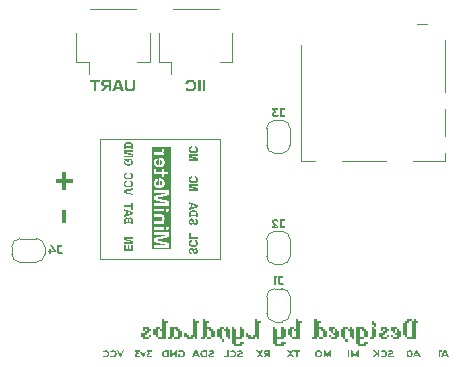
<source format=gbr>
%TF.GenerationSoftware,KiCad,Pcbnew,9.0.1-9.0.1-0~ubuntu22.04.1*%
%TF.CreationDate,2025-04-14T00:42:50-04:00*%
%TF.ProjectId,FlatSat,466c6174-5361-4742-9e6b-696361645f70,rev?*%
%TF.SameCoordinates,Original*%
%TF.FileFunction,Legend,Bot*%
%TF.FilePolarity,Positive*%
%FSLAX46Y46*%
G04 Gerber Fmt 4.6, Leading zero omitted, Abs format (unit mm)*
G04 Created by KiCad (PCBNEW 9.0.1-9.0.1-0~ubuntu22.04.1) date 2025-04-14 00:42:50*
%MOMM*%
%LPD*%
G01*
G04 APERTURE LIST*
%ADD10C,0.187500*%
%ADD11C,0.150000*%
%ADD12C,0.160000*%
%ADD13C,0.250000*%
%ADD14C,0.120000*%
G04 APERTURE END LIST*
D10*
G36*
X11100348Y-11735122D02*
G01*
X10925470Y-11735122D01*
X10925470Y-11910000D01*
X11100348Y-11910000D01*
X11275226Y-11910000D01*
X11450104Y-11910000D01*
X11624982Y-11910000D01*
X11624982Y-11735122D01*
X11624982Y-11560244D01*
X11624982Y-11385366D01*
X11624982Y-11210488D01*
X11624982Y-11035610D01*
X11624982Y-10860732D01*
X11624982Y-10685854D01*
X11624982Y-10510976D01*
X11799860Y-10510976D01*
X11799860Y-10336099D01*
X11624982Y-10336099D01*
X11624982Y-10161221D01*
X11450104Y-10161221D01*
X11450104Y-10336099D01*
X11275226Y-10336099D01*
X11275226Y-10510976D01*
X11275226Y-10685854D01*
X11275226Y-10860732D01*
X11275226Y-11035610D01*
X11275226Y-11210488D01*
X11275226Y-11385366D01*
X11275226Y-11560244D01*
X11275226Y-11735122D01*
X11100348Y-11735122D01*
G37*
G36*
X10925470Y-11735122D02*
G01*
X10925470Y-11560244D01*
X10925470Y-11385366D01*
X10925470Y-11210488D01*
X10925470Y-11035610D01*
X10925470Y-10860732D01*
X10925470Y-10685854D01*
X10925470Y-10510976D01*
X11100348Y-10510976D01*
X11100348Y-10336099D01*
X11275226Y-10336099D01*
X11275226Y-10161221D01*
X11100348Y-10161221D01*
X10925470Y-10161221D01*
X10925470Y-10336099D01*
X10750592Y-10336099D01*
X10750592Y-10510976D01*
X10575714Y-10510976D01*
X10575714Y-10685854D01*
X10575714Y-10860732D01*
X10575714Y-11035610D01*
X10575714Y-11210488D01*
X10575714Y-11385366D01*
X10575714Y-11560244D01*
X10750592Y-11560244D01*
X10750592Y-11735122D01*
X10925470Y-11735122D01*
G37*
G36*
X9876203Y-11735122D02*
G01*
X9701325Y-11735122D01*
X9701325Y-11910000D01*
X9876203Y-11910000D01*
X10051081Y-11910000D01*
X10225959Y-11910000D01*
X10225959Y-11735122D01*
X10400836Y-11735122D01*
X10400836Y-11560244D01*
X10400836Y-11385366D01*
X10400836Y-11210488D01*
X10225959Y-11210488D01*
X10225959Y-11035610D01*
X10051081Y-11035610D01*
X10051081Y-11210488D01*
X10051081Y-11385366D01*
X9876203Y-11385366D01*
X9876203Y-11560244D01*
X10051081Y-11560244D01*
X10051081Y-11735122D01*
X9876203Y-11735122D01*
G37*
G36*
X9701325Y-11735122D02*
G01*
X9701325Y-11560244D01*
X9526447Y-11560244D01*
X9526447Y-11735122D01*
X9701325Y-11735122D01*
G37*
G36*
X9876203Y-11385366D02*
G01*
X9876203Y-11210488D01*
X9876203Y-11035610D01*
X10051081Y-11035610D01*
X10051081Y-10860732D01*
X9876203Y-10860732D01*
X9701325Y-10860732D01*
X9526447Y-10860732D01*
X9526447Y-11035610D01*
X9526447Y-11210488D01*
X9701325Y-11210488D01*
X9701325Y-11385366D01*
X9876203Y-11385366D01*
G37*
G36*
X8826936Y-11910000D02*
G01*
X9001813Y-11910000D01*
X9176691Y-11910000D01*
X9176691Y-11735122D01*
X9001813Y-11735122D01*
X8826936Y-11735122D01*
X8826936Y-11560244D01*
X9001813Y-11560244D01*
X9001813Y-11385366D01*
X9176691Y-11385366D01*
X9176691Y-11210488D01*
X9351569Y-11210488D01*
X9351569Y-11035610D01*
X9176691Y-11035610D01*
X9176691Y-10860732D01*
X9001813Y-10860732D01*
X8826936Y-10860732D01*
X8652058Y-10860732D01*
X8652058Y-11035610D01*
X8652058Y-11210488D01*
X8826936Y-11210488D01*
X8826936Y-11035610D01*
X9001813Y-11035610D01*
X9001813Y-11210488D01*
X8826936Y-11210488D01*
X8826936Y-11385366D01*
X8652058Y-11385366D01*
X8477180Y-11385366D01*
X8477180Y-11560244D01*
X8477180Y-11735122D01*
X8652058Y-11735122D01*
X8652058Y-11910000D01*
X8826936Y-11910000D01*
G37*
G36*
X9176691Y-11735122D02*
G01*
X9351569Y-11735122D01*
X9351569Y-11560244D01*
X9176691Y-11560244D01*
X9176691Y-11735122D01*
G37*
G36*
X7952546Y-11910000D02*
G01*
X8127424Y-11910000D01*
X8127424Y-11735122D01*
X8302302Y-11735122D01*
X8302302Y-11560244D01*
X8302302Y-11385366D01*
X8302302Y-11210488D01*
X8302302Y-11035610D01*
X8127424Y-11035610D01*
X8127424Y-10860732D01*
X7952546Y-10860732D01*
X7952546Y-11035610D01*
X7952546Y-11210488D01*
X7952546Y-11385366D01*
X7952546Y-11560244D01*
X7952546Y-11735122D01*
X7777668Y-11735122D01*
X7777668Y-11910000D01*
X7952546Y-11910000D01*
G37*
G36*
X8127424Y-10860732D02*
G01*
X8302302Y-10860732D01*
X8302302Y-10685854D01*
X8302302Y-10510976D01*
X8127424Y-10510976D01*
X8127424Y-10336099D01*
X7952546Y-10336099D01*
X7952546Y-10510976D01*
X7952546Y-10685854D01*
X8127424Y-10685854D01*
X8127424Y-10860732D01*
G37*
G36*
X7253035Y-11035610D02*
G01*
X7427913Y-11035610D01*
X7427913Y-11210488D01*
X7602790Y-11210488D01*
X7602790Y-11385366D01*
X7602790Y-11560244D01*
X7602790Y-11735122D01*
X7427913Y-11735122D01*
X7253035Y-11735122D01*
X7253035Y-11910000D01*
X7078157Y-11910000D01*
X6903279Y-11910000D01*
X6903279Y-12084877D01*
X6903279Y-12259755D01*
X7078157Y-12259755D01*
X7253035Y-12259755D01*
X7253035Y-12084877D01*
X7427913Y-12084877D01*
X7602790Y-12084877D01*
X7602790Y-12259755D01*
X7427913Y-12259755D01*
X7427913Y-12434633D01*
X7253035Y-12434633D01*
X7078157Y-12434633D01*
X6903279Y-12434633D01*
X6728401Y-12434633D01*
X6728401Y-12259755D01*
X6553523Y-12259755D01*
X6553523Y-12084877D01*
X6553523Y-11910000D01*
X6553523Y-11735122D01*
X6553523Y-11560244D01*
X6553523Y-11385366D01*
X6553523Y-11210488D01*
X6903279Y-11210488D01*
X6903279Y-11385366D01*
X6903279Y-11560244D01*
X6903279Y-11735122D01*
X7078157Y-11735122D01*
X7253035Y-11735122D01*
X7253035Y-11560244D01*
X7253035Y-11385366D01*
X7253035Y-11210488D01*
X7078157Y-11210488D01*
X7078157Y-11035610D01*
X6903279Y-11035610D01*
X6903279Y-11210488D01*
X6553523Y-11210488D01*
X6553523Y-11035610D01*
X6553523Y-10860732D01*
X6728401Y-10860732D01*
X6903279Y-10860732D01*
X7078157Y-10860732D01*
X7253035Y-10860732D01*
X7253035Y-11035610D01*
G37*
G36*
X5854989Y-12084877D02*
G01*
X5854989Y-11910000D01*
X5680111Y-11910000D01*
X5680111Y-12084877D01*
X5854989Y-12084877D01*
G37*
G36*
X6379622Y-11910000D02*
G01*
X6379622Y-11735122D01*
X6379622Y-11560244D01*
X6379622Y-11385366D01*
X6379622Y-11210488D01*
X6379622Y-11035610D01*
X6204744Y-11035610D01*
X6204744Y-10860732D01*
X6029866Y-10860732D01*
X6029866Y-11035610D01*
X5854989Y-11035610D01*
X5854989Y-11210488D01*
X6029866Y-11210488D01*
X6029866Y-11385366D01*
X6029866Y-11560244D01*
X6029866Y-11735122D01*
X6204744Y-11735122D01*
X6204744Y-11910000D01*
X6379622Y-11910000D01*
G37*
G36*
X5680111Y-11910000D02*
G01*
X5680111Y-11735122D01*
X5680111Y-11560244D01*
X5680111Y-11385366D01*
X5680111Y-11210488D01*
X5680111Y-11035610D01*
X5854989Y-11035610D01*
X5854989Y-10860732D01*
X5680111Y-10860732D01*
X5505233Y-10860732D01*
X5505233Y-11035610D01*
X5330355Y-11035610D01*
X5330355Y-11210488D01*
X5330355Y-11385366D01*
X5330355Y-11560244D01*
X5330355Y-11735122D01*
X5505233Y-11735122D01*
X5505233Y-11910000D01*
X5680111Y-11910000D01*
G37*
G36*
X4631820Y-11735122D02*
G01*
X4456943Y-11735122D01*
X4456943Y-11910000D01*
X4631820Y-11910000D01*
X4806698Y-11910000D01*
X4981576Y-11910000D01*
X4981576Y-11735122D01*
X5156454Y-11735122D01*
X5156454Y-11560244D01*
X5156454Y-11385366D01*
X5156454Y-11210488D01*
X4981576Y-11210488D01*
X4981576Y-11035610D01*
X4806698Y-11035610D01*
X4806698Y-11210488D01*
X4806698Y-11385366D01*
X4631820Y-11385366D01*
X4631820Y-11560244D01*
X4806698Y-11560244D01*
X4806698Y-11735122D01*
X4631820Y-11735122D01*
G37*
G36*
X4456943Y-11735122D02*
G01*
X4456943Y-11560244D01*
X4282065Y-11560244D01*
X4282065Y-11735122D01*
X4456943Y-11735122D01*
G37*
G36*
X4631820Y-11385366D02*
G01*
X4631820Y-11210488D01*
X4631820Y-11035610D01*
X4806698Y-11035610D01*
X4806698Y-10860732D01*
X4631820Y-10860732D01*
X4456943Y-10860732D01*
X4282065Y-10860732D01*
X4282065Y-11035610D01*
X4282065Y-11210488D01*
X4456943Y-11210488D01*
X4456943Y-11385366D01*
X4631820Y-11385366D01*
G37*
G36*
X3057920Y-11910000D02*
G01*
X3232797Y-11910000D01*
X3232797Y-11735122D01*
X3407675Y-11735122D01*
X3407675Y-11560244D01*
X3407675Y-11385366D01*
X3407675Y-11210488D01*
X3407675Y-11035610D01*
X3582553Y-11035610D01*
X3582553Y-11210488D01*
X3757431Y-11210488D01*
X3757431Y-11385366D01*
X3757431Y-11560244D01*
X3757431Y-11735122D01*
X3582553Y-11735122D01*
X3407675Y-11735122D01*
X3407675Y-11910000D01*
X3582553Y-11910000D01*
X3757431Y-11910000D01*
X3757431Y-11735122D01*
X3932309Y-11735122D01*
X4107187Y-11735122D01*
X4107187Y-11560244D01*
X4107187Y-11385366D01*
X4107187Y-11210488D01*
X3932309Y-11210488D01*
X3932309Y-11035610D01*
X3757431Y-11035610D01*
X3757431Y-10860732D01*
X3582553Y-10860732D01*
X3407675Y-10860732D01*
X3407675Y-10685854D01*
X3407675Y-10510976D01*
X3582553Y-10510976D01*
X3582553Y-10336099D01*
X3407675Y-10336099D01*
X3232797Y-10336099D01*
X3232797Y-10161221D01*
X3057920Y-10161221D01*
X3057920Y-10336099D01*
X3057920Y-10510976D01*
X3057920Y-10685854D01*
X3057920Y-10860732D01*
X3057920Y-11035610D01*
X3057920Y-11210488D01*
X3057920Y-11385366D01*
X3057920Y-11560244D01*
X3057920Y-11735122D01*
X2883042Y-11735122D01*
X2883042Y-11910000D01*
X3057920Y-11910000D01*
G37*
G36*
X1310118Y-11735122D02*
G01*
X1135240Y-11735122D01*
X1135240Y-11910000D01*
X1310118Y-11910000D01*
X1484996Y-11910000D01*
X1659873Y-11910000D01*
X1834751Y-11910000D01*
X1834751Y-11735122D01*
X1834751Y-11560244D01*
X1834751Y-11385366D01*
X1834751Y-11210488D01*
X1834751Y-11035610D01*
X1834751Y-10860732D01*
X1834751Y-10685854D01*
X1834751Y-10510976D01*
X2009629Y-10510976D01*
X2009629Y-10336099D01*
X1834751Y-10336099D01*
X1659873Y-10336099D01*
X1659873Y-10161221D01*
X1484996Y-10161221D01*
X1484996Y-10336099D01*
X1484996Y-10510976D01*
X1484996Y-10685854D01*
X1484996Y-10860732D01*
X1484996Y-11035610D01*
X1310118Y-11035610D01*
X1310118Y-11210488D01*
X1484996Y-11210488D01*
X1484996Y-11385366D01*
X1484996Y-11560244D01*
X1484996Y-11735122D01*
X1310118Y-11735122D01*
G37*
G36*
X1135240Y-11735122D02*
G01*
X1135240Y-11560244D01*
X1135240Y-11385366D01*
X1135240Y-11210488D01*
X1135240Y-11035610D01*
X1310118Y-11035610D01*
X1310118Y-10860732D01*
X1135240Y-10860732D01*
X960362Y-10860732D01*
X960362Y-11035610D01*
X785484Y-11035610D01*
X785484Y-11210488D01*
X785484Y-11385366D01*
X785484Y-11560244D01*
X960362Y-11560244D01*
X960362Y-11735122D01*
X1135240Y-11735122D01*
G37*
G36*
X-87927Y-12434633D02*
G01*
X86950Y-12434633D01*
X261827Y-12434633D01*
X436705Y-12434633D01*
X436705Y-12259755D01*
X611583Y-12259755D01*
X611583Y-12084877D01*
X436705Y-12084877D01*
X261827Y-12084877D01*
X261827Y-12259755D01*
X86950Y-12259755D01*
X-87927Y-12259755D01*
X-87927Y-12084877D01*
X-87927Y-11910000D01*
X86950Y-11910000D01*
X261827Y-11910000D01*
X436705Y-11910000D01*
X436705Y-11735122D01*
X611583Y-11735122D01*
X611583Y-11560244D01*
X611583Y-11385366D01*
X611583Y-11210488D01*
X611583Y-11035610D01*
X436705Y-11035610D01*
X436705Y-10860732D01*
X261827Y-10860732D01*
X261827Y-11035610D01*
X261827Y-11210488D01*
X261827Y-11385366D01*
X261827Y-11560244D01*
X261827Y-11735122D01*
X86950Y-11735122D01*
X-87927Y-11735122D01*
X-87927Y-11560244D01*
X-87927Y-11385366D01*
X-87927Y-11210488D01*
X-87927Y-11035610D01*
X-262805Y-11035610D01*
X-262805Y-10860732D01*
X-437683Y-10860732D01*
X-437683Y-11035610D01*
X-437683Y-11210488D01*
X-437683Y-11385366D01*
X-437683Y-11560244D01*
X-437683Y-11735122D01*
X-437683Y-11910000D01*
X-437683Y-12084877D01*
X-437683Y-12259755D01*
X-262805Y-12259755D01*
X-262805Y-12434633D01*
X-87927Y-12434633D01*
G37*
G36*
X-1659874Y-11910000D02*
G01*
X-1659874Y-11735122D01*
X-1659874Y-11560244D01*
X-1659874Y-11385366D01*
X-1659874Y-11210488D01*
X-1659874Y-11035610D01*
X-1659874Y-10860732D01*
X-1659874Y-10685854D01*
X-1659874Y-10510976D01*
X-1484996Y-10510976D01*
X-1484996Y-10336099D01*
X-1659874Y-10336099D01*
X-1834752Y-10336099D01*
X-1834752Y-10161221D01*
X-2009630Y-10161221D01*
X-2009630Y-10336099D01*
X-2009630Y-10510976D01*
X-2009630Y-10685854D01*
X-2009630Y-10860732D01*
X-2009630Y-11035610D01*
X-2009630Y-11210488D01*
X-2009630Y-11385366D01*
X-2009630Y-11560244D01*
X-2184508Y-11560244D01*
X-2184508Y-11735122D01*
X-2359386Y-11735122D01*
X-2359386Y-11560244D01*
X-2534264Y-11560244D01*
X-2534264Y-11385366D01*
X-2709142Y-11385366D01*
X-2709142Y-11560244D01*
X-2709142Y-11735122D01*
X-2534264Y-11735122D01*
X-2534264Y-11910000D01*
X-2359386Y-11910000D01*
X-2184508Y-11910000D01*
X-2009630Y-11910000D01*
X-2009630Y-11735122D01*
X-1834752Y-11735122D01*
X-1834752Y-11910000D01*
X-1659874Y-11910000D01*
G37*
G36*
X-3583531Y-12434633D02*
G01*
X-3408653Y-12434633D01*
X-3233775Y-12434633D01*
X-3058897Y-12434633D01*
X-3058897Y-12259755D01*
X-2884019Y-12259755D01*
X-2884019Y-12084877D01*
X-3058897Y-12084877D01*
X-3233775Y-12084877D01*
X-3233775Y-12259755D01*
X-3408653Y-12259755D01*
X-3583531Y-12259755D01*
X-3583531Y-12084877D01*
X-3583531Y-11910000D01*
X-3408653Y-11910000D01*
X-3233775Y-11910000D01*
X-3058897Y-11910000D01*
X-3058897Y-11735122D01*
X-2884019Y-11735122D01*
X-2884019Y-11560244D01*
X-2884019Y-11385366D01*
X-2884019Y-11210488D01*
X-2884019Y-11035610D01*
X-3058897Y-11035610D01*
X-3058897Y-10860732D01*
X-3233775Y-10860732D01*
X-3233775Y-11035610D01*
X-3233775Y-11210488D01*
X-3233775Y-11385366D01*
X-3233775Y-11560244D01*
X-3233775Y-11735122D01*
X-3408653Y-11735122D01*
X-3583531Y-11735122D01*
X-3583531Y-11560244D01*
X-3583531Y-11385366D01*
X-3583531Y-11210488D01*
X-3583531Y-11035610D01*
X-3758409Y-11035610D01*
X-3758409Y-10860732D01*
X-3933287Y-10860732D01*
X-3933287Y-11035610D01*
X-3933287Y-11210488D01*
X-3933287Y-11385366D01*
X-3933287Y-11560244D01*
X-3933287Y-11735122D01*
X-3933287Y-11910000D01*
X-3933287Y-12084877D01*
X-3933287Y-12259755D01*
X-3758409Y-12259755D01*
X-3758409Y-12434633D01*
X-3583531Y-12434633D01*
G37*
G36*
X-4631821Y-12084877D02*
G01*
X-4631821Y-11910000D01*
X-4806699Y-11910000D01*
X-4806699Y-12084877D01*
X-4631821Y-12084877D01*
G37*
G36*
X-4107188Y-11910000D02*
G01*
X-4107188Y-11735122D01*
X-4107188Y-11560244D01*
X-4107188Y-11385366D01*
X-4107188Y-11210488D01*
X-4107188Y-11035610D01*
X-4282066Y-11035610D01*
X-4282066Y-10860732D01*
X-4456943Y-10860732D01*
X-4456943Y-11035610D01*
X-4631821Y-11035610D01*
X-4631821Y-11210488D01*
X-4456943Y-11210488D01*
X-4456943Y-11385366D01*
X-4456943Y-11560244D01*
X-4456943Y-11735122D01*
X-4282066Y-11735122D01*
X-4282066Y-11910000D01*
X-4107188Y-11910000D01*
G37*
G36*
X-4806699Y-11910000D02*
G01*
X-4806699Y-11735122D01*
X-4806699Y-11560244D01*
X-4806699Y-11385366D01*
X-4806699Y-11210488D01*
X-4806699Y-11035610D01*
X-4631821Y-11035610D01*
X-4631821Y-10860732D01*
X-4806699Y-10860732D01*
X-4981577Y-10860732D01*
X-4981577Y-11035610D01*
X-5156455Y-11035610D01*
X-5156455Y-11210488D01*
X-5156455Y-11385366D01*
X-5156455Y-11560244D01*
X-5156455Y-11735122D01*
X-4981577Y-11735122D01*
X-4981577Y-11910000D01*
X-4806699Y-11910000D01*
G37*
G36*
X-6379623Y-11910000D02*
G01*
X-6204745Y-11910000D01*
X-6204745Y-11735122D01*
X-6029867Y-11735122D01*
X-6029867Y-11560244D01*
X-6029867Y-11385366D01*
X-6029867Y-11210488D01*
X-6029867Y-11035610D01*
X-5854989Y-11035610D01*
X-5854989Y-11210488D01*
X-5680112Y-11210488D01*
X-5680112Y-11385366D01*
X-5680112Y-11560244D01*
X-5680112Y-11735122D01*
X-5854989Y-11735122D01*
X-6029867Y-11735122D01*
X-6029867Y-11910000D01*
X-5854989Y-11910000D01*
X-5680112Y-11910000D01*
X-5680112Y-11735122D01*
X-5505234Y-11735122D01*
X-5330356Y-11735122D01*
X-5330356Y-11560244D01*
X-5330356Y-11385366D01*
X-5330356Y-11210488D01*
X-5505234Y-11210488D01*
X-5505234Y-11035610D01*
X-5680112Y-11035610D01*
X-5680112Y-10860732D01*
X-5854989Y-10860732D01*
X-6029867Y-10860732D01*
X-6029867Y-10685854D01*
X-6029867Y-10510976D01*
X-5854989Y-10510976D01*
X-5854989Y-10336099D01*
X-6029867Y-10336099D01*
X-6204745Y-10336099D01*
X-6204745Y-10161221D01*
X-6379623Y-10161221D01*
X-6379623Y-10336099D01*
X-6379623Y-10510976D01*
X-6379623Y-10685854D01*
X-6379623Y-10860732D01*
X-6379623Y-11035610D01*
X-6379623Y-11210488D01*
X-6379623Y-11385366D01*
X-6379623Y-11560244D01*
X-6379623Y-11735122D01*
X-6554501Y-11735122D01*
X-6554501Y-11910000D01*
X-6379623Y-11910000D01*
G37*
G36*
X-6904257Y-11910000D02*
G01*
X-6904257Y-11735122D01*
X-6904257Y-11560244D01*
X-6904257Y-11385366D01*
X-6904257Y-11210488D01*
X-6904257Y-11035610D01*
X-6904257Y-10860732D01*
X-6904257Y-10685854D01*
X-6904257Y-10510976D01*
X-6729379Y-10510976D01*
X-6729379Y-10336099D01*
X-6904257Y-10336099D01*
X-7079135Y-10336099D01*
X-7079135Y-10161221D01*
X-7254012Y-10161221D01*
X-7254012Y-10336099D01*
X-7254012Y-10510976D01*
X-7254012Y-10685854D01*
X-7254012Y-10860732D01*
X-7254012Y-11035610D01*
X-7254012Y-11210488D01*
X-7254012Y-11385366D01*
X-7254012Y-11560244D01*
X-7428890Y-11560244D01*
X-7428890Y-11735122D01*
X-7603768Y-11735122D01*
X-7603768Y-11560244D01*
X-7778646Y-11560244D01*
X-7778646Y-11385366D01*
X-7953524Y-11385366D01*
X-7953524Y-11560244D01*
X-7953524Y-11735122D01*
X-7778646Y-11735122D01*
X-7778646Y-11910000D01*
X-7603768Y-11910000D01*
X-7428890Y-11910000D01*
X-7254012Y-11910000D01*
X-7254012Y-11735122D01*
X-7079135Y-11735122D01*
X-7079135Y-11910000D01*
X-6904257Y-11910000D01*
G37*
G36*
X-9177669Y-11910000D02*
G01*
X-9002791Y-11910000D01*
X-9002791Y-11735122D01*
X-8827913Y-11735122D01*
X-8827913Y-11560244D01*
X-8827913Y-11385366D01*
X-8827913Y-11210488D01*
X-8827913Y-11035610D01*
X-8653036Y-11035610D01*
X-8653036Y-11210488D01*
X-8478158Y-11210488D01*
X-8478158Y-11385366D01*
X-8478158Y-11560244D01*
X-8478158Y-11735122D01*
X-8653036Y-11735122D01*
X-8827913Y-11735122D01*
X-8827913Y-11910000D01*
X-8653036Y-11910000D01*
X-8478158Y-11910000D01*
X-8303280Y-11910000D01*
X-8303280Y-11735122D01*
X-8128402Y-11735122D01*
X-8128402Y-11560244D01*
X-8128402Y-11385366D01*
X-8128402Y-11210488D01*
X-8303280Y-11210488D01*
X-8303280Y-11035610D01*
X-8478158Y-11035610D01*
X-8478158Y-10860732D01*
X-8653036Y-10860732D01*
X-8827913Y-10860732D01*
X-9002791Y-10860732D01*
X-9177669Y-10860732D01*
X-9177669Y-11035610D01*
X-9177669Y-11210488D01*
X-9177669Y-11385366D01*
X-9177669Y-11560244D01*
X-9177669Y-11735122D01*
X-9352547Y-11735122D01*
X-9352547Y-11910000D01*
X-9177669Y-11910000D01*
G37*
G36*
X-10052059Y-11735122D02*
G01*
X-10226936Y-11735122D01*
X-10226936Y-11910000D01*
X-10052059Y-11910000D01*
X-9877181Y-11910000D01*
X-9702303Y-11910000D01*
X-9527425Y-11910000D01*
X-9527425Y-11735122D01*
X-9527425Y-11560244D01*
X-9527425Y-11385366D01*
X-9527425Y-11210488D01*
X-9527425Y-11035610D01*
X-9527425Y-10860732D01*
X-9527425Y-10685854D01*
X-9527425Y-10510976D01*
X-9352547Y-10510976D01*
X-9352547Y-10336099D01*
X-9527425Y-10336099D01*
X-9702303Y-10336099D01*
X-9702303Y-10161221D01*
X-9877181Y-10161221D01*
X-9877181Y-10336099D01*
X-9877181Y-10510976D01*
X-9877181Y-10685854D01*
X-9877181Y-10860732D01*
X-9877181Y-11035610D01*
X-10052059Y-11035610D01*
X-10052059Y-11210488D01*
X-9877181Y-11210488D01*
X-9877181Y-11385366D01*
X-9877181Y-11560244D01*
X-9877181Y-11735122D01*
X-10052059Y-11735122D01*
G37*
G36*
X-10226936Y-11735122D02*
G01*
X-10226936Y-11560244D01*
X-10226936Y-11385366D01*
X-10226936Y-11210488D01*
X-10226936Y-11035610D01*
X-10052059Y-11035610D01*
X-10052059Y-10860732D01*
X-10226936Y-10860732D01*
X-10401814Y-10860732D01*
X-10401814Y-11035610D01*
X-10576692Y-11035610D01*
X-10576692Y-11210488D01*
X-10576692Y-11385366D01*
X-10576692Y-11560244D01*
X-10401814Y-11560244D01*
X-10401814Y-11735122D01*
X-10226936Y-11735122D01*
G37*
G36*
X-11275227Y-11910000D02*
G01*
X-11100349Y-11910000D01*
X-10925471Y-11910000D01*
X-10925471Y-11735122D01*
X-11100349Y-11735122D01*
X-11275227Y-11735122D01*
X-11275227Y-11560244D01*
X-11100349Y-11560244D01*
X-11100349Y-11385366D01*
X-10925471Y-11385366D01*
X-10925471Y-11210488D01*
X-10750593Y-11210488D01*
X-10750593Y-11035610D01*
X-10925471Y-11035610D01*
X-10925471Y-10860732D01*
X-11100349Y-10860732D01*
X-11275227Y-10860732D01*
X-11450105Y-10860732D01*
X-11450105Y-11035610D01*
X-11450105Y-11210488D01*
X-11275227Y-11210488D01*
X-11275227Y-11035610D01*
X-11100349Y-11035610D01*
X-11100349Y-11210488D01*
X-11275227Y-11210488D01*
X-11275227Y-11385366D01*
X-11450105Y-11385366D01*
X-11624982Y-11385366D01*
X-11624982Y-11560244D01*
X-11624982Y-11735122D01*
X-11450105Y-11735122D01*
X-11450105Y-11910000D01*
X-11275227Y-11910000D01*
G37*
G36*
X-10925471Y-11735122D02*
G01*
X-10750593Y-11735122D01*
X-10750593Y-11560244D01*
X-10925471Y-11560244D01*
X-10925471Y-11735122D01*
G37*
D11*
G36*
X-7561250Y649791D02*
G01*
X-6826231Y649791D01*
X-6826231Y913344D01*
X-7466728Y1059295D01*
X-7466728Y1078208D01*
X-6826231Y1078208D01*
X-6826231Y1214725D01*
X-7561250Y1214725D01*
X-7561250Y951172D01*
X-6920753Y805221D01*
X-6920753Y786308D01*
X-7561250Y786308D01*
X-7561250Y649791D01*
G37*
G36*
X-7575950Y1632518D02*
G01*
X-7570700Y1564718D01*
X-7555852Y1507187D01*
X-7532217Y1458131D01*
X-7499838Y1416179D01*
X-7468131Y1388454D01*
X-7431367Y1366524D01*
X-7388787Y1350287D01*
X-7339382Y1340028D01*
X-7281943Y1336404D01*
X-7105538Y1336404D01*
X-7048097Y1340028D01*
X-6998697Y1350288D01*
X-6956127Y1366526D01*
X-6919377Y1388456D01*
X-6887689Y1416179D01*
X-6855288Y1458134D01*
X-6831639Y1507190D01*
X-6816784Y1564721D01*
X-6811531Y1632518D01*
X-6816734Y1700013D01*
X-6831316Y1756138D01*
X-6854313Y1802940D01*
X-6885582Y1841986D01*
X-6924677Y1873521D01*
X-6970601Y1896497D01*
X-7024693Y1910929D01*
X-7088731Y1916038D01*
X-7095051Y1916038D01*
X-7095051Y1779521D01*
X-7084564Y1779521D01*
X-7042492Y1775234D01*
X-7007265Y1763055D01*
X-6977448Y1743297D01*
X-6959816Y1723852D01*
X-6946797Y1699660D01*
X-6938462Y1669683D01*
X-6935454Y1632518D01*
X-6938535Y1596263D01*
X-6947267Y1565569D01*
X-6961252Y1539404D01*
X-6980608Y1517021D01*
X-7013038Y1494341D01*
X-7053258Y1480124D01*
X-7103432Y1475027D01*
X-7284049Y1475027D01*
X-7333551Y1480090D01*
X-7373648Y1494279D01*
X-7406369Y1517021D01*
X-7425963Y1539436D01*
X-7440100Y1565613D01*
X-7448917Y1596296D01*
X-7452027Y1632518D01*
X-7448989Y1669645D01*
X-7440568Y1699611D01*
X-7427397Y1723818D01*
X-7409529Y1743297D01*
X-7379392Y1763122D01*
X-7344308Y1775270D01*
X-7302963Y1779521D01*
X-7284049Y1779521D01*
X-7284049Y1916038D01*
X-7298750Y1916038D01*
X-7362787Y1910929D01*
X-7416888Y1896499D01*
X-7462828Y1873522D01*
X-7501944Y1841986D01*
X-7533192Y1802943D01*
X-7556176Y1756142D01*
X-7570750Y1700016D01*
X-7575950Y1632518D01*
G37*
D12*
G36*
X-13061250Y-4382947D02*
G01*
X-12326231Y-4382947D01*
X-12326231Y-3910429D01*
X-12452260Y-3910429D01*
X-12452260Y-4244324D01*
X-12627612Y-4244324D01*
X-12627612Y-3939829D01*
X-12753595Y-3939829D01*
X-12753595Y-4244324D01*
X-12935266Y-4244324D01*
X-12935266Y-3904155D01*
X-13061250Y-3904155D01*
X-13061250Y-4382947D01*
G37*
G36*
X-13061250Y-3801893D02*
G01*
X-12326231Y-3801893D01*
X-12326231Y-3538340D01*
X-12966728Y-3392389D01*
X-12966728Y-3373476D01*
X-12326231Y-3373476D01*
X-12326231Y-3236959D01*
X-13061250Y-3236959D01*
X-13061250Y-3500513D01*
X-12420753Y-3646463D01*
X-12420753Y-3665377D01*
X-13061250Y-3665377D01*
X-13061250Y-3801893D01*
G37*
D11*
G36*
X-13061250Y483325D02*
G01*
X-12326231Y296433D01*
X-12326231Y439224D01*
X-12971994Y594608D01*
X-12971994Y609308D01*
X-12326231Y764738D01*
X-12326231Y907529D01*
X-13061250Y720637D01*
X-13061250Y483325D01*
G37*
G36*
X-13075950Y1259925D02*
G01*
X-13070700Y1192126D01*
X-13055852Y1134594D01*
X-13032217Y1085539D01*
X-12999838Y1043587D01*
X-12968131Y1015862D01*
X-12931367Y993932D01*
X-12888787Y977695D01*
X-12839382Y967435D01*
X-12781943Y963811D01*
X-12605538Y963811D01*
X-12548097Y967436D01*
X-12498697Y977696D01*
X-12456127Y993934D01*
X-12419377Y1015863D01*
X-12387689Y1043587D01*
X-12355288Y1085542D01*
X-12331639Y1134598D01*
X-12316784Y1192129D01*
X-12311531Y1259925D01*
X-12316734Y1327421D01*
X-12331316Y1383545D01*
X-12354313Y1430348D01*
X-12385582Y1469394D01*
X-12424677Y1500928D01*
X-12470601Y1523905D01*
X-12524693Y1538336D01*
X-12588731Y1543445D01*
X-12595051Y1543445D01*
X-12595051Y1406929D01*
X-12584564Y1406929D01*
X-12542492Y1402641D01*
X-12507265Y1390463D01*
X-12477448Y1370705D01*
X-12459816Y1351260D01*
X-12446797Y1327067D01*
X-12438462Y1297091D01*
X-12435454Y1259925D01*
X-12438535Y1223671D01*
X-12447267Y1192976D01*
X-12461252Y1166811D01*
X-12480608Y1144429D01*
X-12513038Y1121749D01*
X-12553258Y1107532D01*
X-12603432Y1102434D01*
X-12784049Y1102434D01*
X-12833551Y1107498D01*
X-12873648Y1121686D01*
X-12906369Y1144429D01*
X-12925963Y1166844D01*
X-12940100Y1193021D01*
X-12948917Y1223704D01*
X-12952027Y1259925D01*
X-12948989Y1297052D01*
X-12940568Y1327018D01*
X-12927397Y1351226D01*
X-12909529Y1370705D01*
X-12879392Y1390530D01*
X-12844308Y1402678D01*
X-12802963Y1406929D01*
X-12784049Y1406929D01*
X-12784049Y1543445D01*
X-12798750Y1543445D01*
X-12862787Y1538337D01*
X-12916888Y1523906D01*
X-12962828Y1500930D01*
X-13001944Y1469394D01*
X-13033192Y1430351D01*
X-13056176Y1383549D01*
X-13070750Y1327424D01*
X-13075950Y1259925D01*
G37*
G36*
X-13075950Y1935501D02*
G01*
X-13070700Y1867702D01*
X-13055852Y1810170D01*
X-13032217Y1761114D01*
X-12999838Y1719163D01*
X-12968131Y1691438D01*
X-12931367Y1669508D01*
X-12888787Y1653271D01*
X-12839382Y1643011D01*
X-12781943Y1639387D01*
X-12605538Y1639387D01*
X-12548097Y1643012D01*
X-12498697Y1653272D01*
X-12456127Y1669510D01*
X-12419377Y1691439D01*
X-12387689Y1719163D01*
X-12355288Y1761117D01*
X-12331639Y1810174D01*
X-12316784Y1867704D01*
X-12311531Y1935501D01*
X-12316734Y2002997D01*
X-12331316Y2059121D01*
X-12354313Y2105924D01*
X-12385582Y2144970D01*
X-12424677Y2176504D01*
X-12470601Y2199480D01*
X-12524693Y2213912D01*
X-12588731Y2219021D01*
X-12595051Y2219021D01*
X-12595051Y2082505D01*
X-12584564Y2082505D01*
X-12542492Y2078217D01*
X-12507265Y2066038D01*
X-12477448Y2046280D01*
X-12459816Y2026836D01*
X-12446797Y2002643D01*
X-12438462Y1972666D01*
X-12435454Y1935501D01*
X-12438535Y1899247D01*
X-12447267Y1868552D01*
X-12461252Y1842387D01*
X-12480608Y1820005D01*
X-12513038Y1797325D01*
X-12553258Y1783108D01*
X-12603432Y1778010D01*
X-12784049Y1778010D01*
X-12833551Y1783074D01*
X-12873648Y1797262D01*
X-12906369Y1820005D01*
X-12925963Y1842419D01*
X-12940100Y1868596D01*
X-12948917Y1899279D01*
X-12952027Y1935501D01*
X-12948989Y1972628D01*
X-12940568Y2002594D01*
X-12927397Y2026802D01*
X-12909529Y2046280D01*
X-12879392Y2066106D01*
X-12844308Y2078253D01*
X-12802963Y2082505D01*
X-12784049Y2082505D01*
X-12784049Y2219021D01*
X-12798750Y2219021D01*
X-12862787Y2213913D01*
X-12916888Y2199482D01*
X-12962828Y2176506D01*
X-13001944Y2144970D01*
X-13033192Y2105927D01*
X-13056176Y2059125D01*
X-13070750Y2003000D01*
X-13075950Y1935501D01*
G37*
G36*
X-12821929Y-1571876D02*
G01*
X-12793990Y-1578552D01*
X-12771455Y-1588874D01*
X-12742212Y-1610726D01*
X-12721584Y-1635585D01*
X-12706537Y-1662829D01*
X-12697954Y-1686006D01*
X-12679040Y-1686006D01*
X-12669606Y-1663014D01*
X-12654402Y-1637188D01*
X-12633938Y-1613663D01*
X-12605034Y-1592537D01*
X-12582875Y-1582449D01*
X-12555761Y-1575962D01*
X-12522602Y-1573624D01*
X-12512115Y-1573624D01*
X-12474466Y-1576890D01*
X-12441688Y-1586260D01*
X-12412876Y-1601467D01*
X-12387606Y-1622189D01*
X-12366307Y-1647875D01*
X-12348808Y-1679182D01*
X-12336596Y-1713142D01*
X-12328925Y-1751893D01*
X-12326231Y-1796236D01*
X-12326231Y-2174232D01*
X-12448047Y-2174232D01*
X-12448047Y-2077649D01*
X-12939433Y-2077649D01*
X-12939433Y-2174232D01*
X-13061250Y-2174232D01*
X-13061250Y-1808830D01*
X-12935266Y-1808830D01*
X-12935266Y-1939026D01*
X-12754648Y-1939026D01*
X-12754648Y-1810936D01*
X-12628665Y-1810936D01*
X-12628665Y-1939026D01*
X-12452260Y-1939026D01*
X-12452260Y-1810936D01*
X-12454872Y-1782252D01*
X-12462179Y-1758806D01*
X-12473784Y-1739541D01*
X-12489870Y-1724579D01*
X-12509925Y-1715477D01*
X-12535196Y-1712247D01*
X-12545683Y-1712247D01*
X-12570258Y-1715488D01*
X-12590204Y-1724723D01*
X-12606637Y-1740091D01*
X-12618591Y-1759688D01*
X-12626032Y-1782994D01*
X-12628665Y-1810936D01*
X-12754648Y-1810936D01*
X-12754648Y-1808830D01*
X-12757361Y-1778785D01*
X-12764883Y-1754713D01*
X-12776722Y-1735374D01*
X-12793141Y-1720423D01*
X-12813700Y-1711286D01*
X-12839691Y-1708034D01*
X-12850178Y-1708034D01*
X-12876160Y-1711335D01*
X-12896751Y-1720626D01*
X-12913238Y-1735877D01*
X-12925109Y-1755510D01*
X-12932590Y-1779462D01*
X-12935266Y-1808830D01*
X-13061250Y-1808830D01*
X-13061250Y-1792068D01*
X-13058514Y-1748435D01*
X-13050689Y-1710003D01*
X-13038169Y-1676023D01*
X-13020239Y-1644822D01*
X-12998097Y-1618941D01*
X-12971490Y-1597804D01*
X-12941270Y-1582352D01*
X-12906752Y-1572795D01*
X-12866985Y-1569456D01*
X-12856498Y-1569456D01*
X-12821929Y-1571876D01*
G37*
G36*
X-12326231Y-1078711D02*
G01*
X-12326231Y-1320237D01*
X-13061250Y-1513403D01*
X-13061250Y-1370612D01*
X-12899545Y-1330724D01*
X-12899545Y-1298164D01*
X-12771455Y-1298164D01*
X-12413380Y-1208908D01*
X-12413380Y-1189995D01*
X-12771455Y-1100785D01*
X-12771455Y-1298164D01*
X-12899545Y-1298164D01*
X-12899545Y-1068224D01*
X-13061250Y-1028336D01*
X-13061250Y-885500D01*
X-12326231Y-1078711D01*
G37*
G36*
X-13061250Y-694991D02*
G01*
X-12452260Y-694991D01*
X-12452260Y-909222D01*
X-12326231Y-909222D01*
X-12326231Y-342228D01*
X-12452260Y-342228D01*
X-12452260Y-556413D01*
X-13061250Y-556413D01*
X-13061250Y-694991D01*
G37*
G36*
X-7561250Y3189791D02*
G01*
X-6826231Y3189791D01*
X-6826231Y3453344D01*
X-7466728Y3599295D01*
X-7466728Y3618208D01*
X-6826231Y3618208D01*
X-6826231Y3754725D01*
X-7561250Y3754725D01*
X-7561250Y3491172D01*
X-6920753Y3345221D01*
X-6920753Y3326308D01*
X-7561250Y3326308D01*
X-7561250Y3189791D01*
G37*
G36*
X-7575950Y4172518D02*
G01*
X-7570700Y4104718D01*
X-7555852Y4047187D01*
X-7532217Y3998131D01*
X-7499838Y3956179D01*
X-7468131Y3928454D01*
X-7431367Y3906524D01*
X-7388787Y3890287D01*
X-7339382Y3880028D01*
X-7281943Y3876404D01*
X-7105538Y3876404D01*
X-7048097Y3880028D01*
X-6998697Y3890288D01*
X-6956127Y3906526D01*
X-6919377Y3928456D01*
X-6887689Y3956179D01*
X-6855288Y3998134D01*
X-6831639Y4047190D01*
X-6816784Y4104721D01*
X-6811531Y4172518D01*
X-6816734Y4240013D01*
X-6831316Y4296138D01*
X-6854313Y4342940D01*
X-6885582Y4381986D01*
X-6924677Y4413521D01*
X-6970601Y4436497D01*
X-7024693Y4450929D01*
X-7088731Y4456038D01*
X-7095051Y4456038D01*
X-7095051Y4319521D01*
X-7084564Y4319521D01*
X-7042492Y4315234D01*
X-7007265Y4303055D01*
X-6977448Y4283297D01*
X-6959816Y4263852D01*
X-6946797Y4239660D01*
X-6938462Y4209683D01*
X-6935454Y4172518D01*
X-6938535Y4136263D01*
X-6947267Y4105569D01*
X-6961252Y4079404D01*
X-6980608Y4057021D01*
X-7013038Y4034341D01*
X-7053258Y4020124D01*
X-7103432Y4015027D01*
X-7284049Y4015027D01*
X-7333551Y4020090D01*
X-7373648Y4034279D01*
X-7406369Y4057021D01*
X-7425963Y4079436D01*
X-7440100Y4105613D01*
X-7448917Y4136296D01*
X-7452027Y4172518D01*
X-7448989Y4209645D01*
X-7440568Y4239611D01*
X-7427397Y4263818D01*
X-7409529Y4283297D01*
X-7379392Y4303122D01*
X-7344308Y4315270D01*
X-7302963Y4319521D01*
X-7284049Y4319521D01*
X-7284049Y4456038D01*
X-7298750Y4456038D01*
X-7362787Y4450929D01*
X-7416888Y4436499D01*
X-7462828Y4413522D01*
X-7501944Y4381986D01*
X-7533192Y4342943D01*
X-7556176Y4296142D01*
X-7570750Y4240016D01*
X-7575950Y4172518D01*
G37*
G36*
X-7575950Y-4425628D02*
G01*
X-7572362Y-4481664D01*
X-7562058Y-4531415D01*
X-7545496Y-4575792D01*
X-7521939Y-4616510D01*
X-7492994Y-4650205D01*
X-7458347Y-4677641D01*
X-7419049Y-4697636D01*
X-7373966Y-4710031D01*
X-7321830Y-4714369D01*
X-7292430Y-4714369D01*
X-7292430Y-4577898D01*
X-7321830Y-4577898D01*
X-7364032Y-4572900D01*
X-7396312Y-4559098D01*
X-7421069Y-4536957D01*
X-7438761Y-4507906D01*
X-7450049Y-4471448D01*
X-7454134Y-4425628D01*
X-7450423Y-4378708D01*
X-7440555Y-4344155D01*
X-7425786Y-4319062D01*
X-7404874Y-4299339D01*
X-7381074Y-4287825D01*
X-7353338Y-4283891D01*
X-7325234Y-4288425D01*
X-7304016Y-4301247D01*
X-7287458Y-4321470D01*
X-7273058Y-4351623D01*
X-7250435Y-4431948D01*
X-7245215Y-4456082D01*
X-7225451Y-4528502D01*
X-7202670Y-4585775D01*
X-7183093Y-4619928D01*
X-7160534Y-4647297D01*
X-7134939Y-4668757D01*
X-7105613Y-4684216D01*
X-7069738Y-4694068D01*
X-7025762Y-4697608D01*
X-6981916Y-4693838D01*
X-6943946Y-4683052D01*
X-6910770Y-4665597D01*
X-6881751Y-4641694D01*
X-6857311Y-4611864D01*
X-6837268Y-4575288D01*
X-6823363Y-4535625D01*
X-6814608Y-4490250D01*
X-6811531Y-4438222D01*
X-6814679Y-4386285D01*
X-6823740Y-4339825D01*
X-6838321Y-4298088D01*
X-6859373Y-4259629D01*
X-6885871Y-4227662D01*
X-6918143Y-4201459D01*
X-6954995Y-4182476D01*
X-6998747Y-4170529D01*
X-7050950Y-4166288D01*
X-7082457Y-4166288D01*
X-7082457Y-4302805D01*
X-7050950Y-4302805D01*
X-7011615Y-4307215D01*
X-6983218Y-4319062D01*
X-6961078Y-4338655D01*
X-6945437Y-4365773D01*
X-6936565Y-4397962D01*
X-6933347Y-4438222D01*
X-6936486Y-4479765D01*
X-6944756Y-4509829D01*
X-6956977Y-4531187D01*
X-6974559Y-4547736D01*
X-6995703Y-4557632D01*
X-7021549Y-4561091D01*
X-7047170Y-4557423D01*
X-7067757Y-4546941D01*
X-7084541Y-4529942D01*
X-7099264Y-4504396D01*
X-7110523Y-4473886D01*
X-7121292Y-4431948D01*
X-7126558Y-4407768D01*
X-7146380Y-4332086D01*
X-7169606Y-4270793D01*
X-7189618Y-4233777D01*
X-7212712Y-4203793D01*
X-7238895Y-4179935D01*
X-7269144Y-4162334D01*
X-7305411Y-4151298D01*
X-7349170Y-4147374D01*
X-7392908Y-4151311D01*
X-7431971Y-4162741D01*
X-7467277Y-4181538D01*
X-7498300Y-4206955D01*
X-7524855Y-4238852D01*
X-7547099Y-4278121D01*
X-7562689Y-4320694D01*
X-7572499Y-4369508D01*
X-7575950Y-4425628D01*
G37*
G36*
X-7575950Y-3765486D02*
G01*
X-7570700Y-3833285D01*
X-7555852Y-3890817D01*
X-7532217Y-3939872D01*
X-7499838Y-3981824D01*
X-7468131Y-4009549D01*
X-7431367Y-4031479D01*
X-7388787Y-4047716D01*
X-7339382Y-4057975D01*
X-7281943Y-4061599D01*
X-7105538Y-4061599D01*
X-7048097Y-4057975D01*
X-6998697Y-4047715D01*
X-6956127Y-4031477D01*
X-6919377Y-4009547D01*
X-6887689Y-3981824D01*
X-6855288Y-3939869D01*
X-6831639Y-3890813D01*
X-6816784Y-3833282D01*
X-6811531Y-3765486D01*
X-6816734Y-3697990D01*
X-6831316Y-3641865D01*
X-6854313Y-3595063D01*
X-6885582Y-3556017D01*
X-6924677Y-3524482D01*
X-6970601Y-3501506D01*
X-7024693Y-3487074D01*
X-7088731Y-3481965D01*
X-7095051Y-3481965D01*
X-7095051Y-3618482D01*
X-7084564Y-3618482D01*
X-7042492Y-3622770D01*
X-7007265Y-3634948D01*
X-6977448Y-3654706D01*
X-6959816Y-3674151D01*
X-6946797Y-3698343D01*
X-6938462Y-3728320D01*
X-6935454Y-3765486D01*
X-6938535Y-3801740D01*
X-6947267Y-3832434D01*
X-6961252Y-3858599D01*
X-6980608Y-3880982D01*
X-7013038Y-3903662D01*
X-7053258Y-3917879D01*
X-7103432Y-3922976D01*
X-7284049Y-3922976D01*
X-7333551Y-3917913D01*
X-7373648Y-3903724D01*
X-7406369Y-3880982D01*
X-7425963Y-3858567D01*
X-7440100Y-3832390D01*
X-7448917Y-3801707D01*
X-7452027Y-3765486D01*
X-7448989Y-3728358D01*
X-7440568Y-3698393D01*
X-7427397Y-3674185D01*
X-7409529Y-3654706D01*
X-7379392Y-3634881D01*
X-7344308Y-3622733D01*
X-7302963Y-3618482D01*
X-7284049Y-3618482D01*
X-7284049Y-3481965D01*
X-7298750Y-3481965D01*
X-7362787Y-3487074D01*
X-7416888Y-3501504D01*
X-7462828Y-3524481D01*
X-7501944Y-3556017D01*
X-7533192Y-3595060D01*
X-7556176Y-3641861D01*
X-7570750Y-3697987D01*
X-7575950Y-3765486D01*
G37*
G36*
X-7561250Y-3369217D02*
G01*
X-6826231Y-3369217D01*
X-6826231Y-3230594D01*
X-7435266Y-3230594D01*
X-7435266Y-2894592D01*
X-7561250Y-2894592D01*
X-7561250Y-3369217D01*
G37*
G36*
X-7575950Y-1940216D02*
G01*
X-7572362Y-1996252D01*
X-7562058Y-2046003D01*
X-7545496Y-2090380D01*
X-7521939Y-2131098D01*
X-7492994Y-2164793D01*
X-7458347Y-2192229D01*
X-7419049Y-2212224D01*
X-7373966Y-2224619D01*
X-7321830Y-2228957D01*
X-7292430Y-2228957D01*
X-7292430Y-2092486D01*
X-7321830Y-2092486D01*
X-7364032Y-2087488D01*
X-7396312Y-2073686D01*
X-7421069Y-2051545D01*
X-7438761Y-2022494D01*
X-7450049Y-1986036D01*
X-7454134Y-1940216D01*
X-7450423Y-1893296D01*
X-7440555Y-1858743D01*
X-7425786Y-1833650D01*
X-7404874Y-1813927D01*
X-7381074Y-1802413D01*
X-7353338Y-1798479D01*
X-7325234Y-1803013D01*
X-7304016Y-1815835D01*
X-7287458Y-1836058D01*
X-7273058Y-1866211D01*
X-7250435Y-1946536D01*
X-7245215Y-1970670D01*
X-7225451Y-2043090D01*
X-7202670Y-2100363D01*
X-7183093Y-2134516D01*
X-7160534Y-2161885D01*
X-7134939Y-2183345D01*
X-7105613Y-2198804D01*
X-7069738Y-2208656D01*
X-7025762Y-2212196D01*
X-6981916Y-2208426D01*
X-6943946Y-2197640D01*
X-6910770Y-2180185D01*
X-6881751Y-2156282D01*
X-6857311Y-2126452D01*
X-6837268Y-2089876D01*
X-6823363Y-2050213D01*
X-6814608Y-2004838D01*
X-6811531Y-1952810D01*
X-6814679Y-1900873D01*
X-6823740Y-1854413D01*
X-6838321Y-1812676D01*
X-6859373Y-1774217D01*
X-6885871Y-1742250D01*
X-6918143Y-1716047D01*
X-6954995Y-1697064D01*
X-6998747Y-1685117D01*
X-7050950Y-1680876D01*
X-7082457Y-1680876D01*
X-7082457Y-1817393D01*
X-7050950Y-1817393D01*
X-7011615Y-1821803D01*
X-6983218Y-1833650D01*
X-6961078Y-1853243D01*
X-6945437Y-1880361D01*
X-6936565Y-1912550D01*
X-6933347Y-1952810D01*
X-6936486Y-1994353D01*
X-6944756Y-2024417D01*
X-6956977Y-2045775D01*
X-6974559Y-2062324D01*
X-6995703Y-2072220D01*
X-7021549Y-2075679D01*
X-7047170Y-2072011D01*
X-7067757Y-2061529D01*
X-7084541Y-2044530D01*
X-7099264Y-2018984D01*
X-7110523Y-1988474D01*
X-7121292Y-1946536D01*
X-7126558Y-1922356D01*
X-7146380Y-1846674D01*
X-7169606Y-1785381D01*
X-7189618Y-1748365D01*
X-7212712Y-1718381D01*
X-7238895Y-1694523D01*
X-7269144Y-1676922D01*
X-7305411Y-1665886D01*
X-7349170Y-1661962D01*
X-7392908Y-1665899D01*
X-7431971Y-1677329D01*
X-7467277Y-1696126D01*
X-7498300Y-1721543D01*
X-7524855Y-1753440D01*
X-7547099Y-1792709D01*
X-7562689Y-1835282D01*
X-7572499Y-1884096D01*
X-7575950Y-1940216D01*
G37*
G36*
X-7063895Y-983576D02*
G01*
X-7012597Y-993688D01*
X-6969152Y-1009531D01*
X-6932371Y-1030690D01*
X-6901336Y-1057141D01*
X-6875606Y-1088876D01*
X-6854997Y-1126258D01*
X-6839566Y-1170179D01*
X-6829728Y-1221771D01*
X-6826231Y-1282363D01*
X-6826231Y-1584751D01*
X-6948047Y-1584751D01*
X-6948047Y-1488168D01*
X-7439433Y-1488168D01*
X-7439433Y-1584751D01*
X-7561250Y-1584751D01*
X-7561250Y-1282363D01*
X-7561129Y-1280257D01*
X-7435266Y-1280257D01*
X-7435266Y-1349545D01*
X-6952260Y-1349545D01*
X-6952260Y-1280257D01*
X-6955462Y-1238050D01*
X-6964246Y-1204595D01*
X-6977786Y-1178162D01*
X-6995858Y-1157433D01*
X-7027120Y-1136736D01*
X-7067688Y-1123424D01*
X-7120239Y-1118553D01*
X-7267242Y-1118553D01*
X-7319109Y-1123390D01*
X-7359583Y-1136674D01*
X-7391165Y-1157433D01*
X-7409469Y-1178197D01*
X-7423161Y-1204646D01*
X-7432034Y-1238090D01*
X-7435266Y-1280257D01*
X-7561129Y-1280257D01*
X-7557755Y-1221768D01*
X-7547922Y-1170175D01*
X-7532500Y-1126254D01*
X-7511903Y-1088873D01*
X-7486191Y-1057141D01*
X-7455137Y-1030688D01*
X-7418342Y-1009529D01*
X-7374887Y-993687D01*
X-7323584Y-983575D01*
X-7263029Y-979975D01*
X-7124452Y-979975D01*
X-7063895Y-983576D01*
G37*
G36*
X-6826231Y-487032D02*
G01*
X-6826231Y-728558D01*
X-7561250Y-921723D01*
X-7561250Y-778933D01*
X-7399545Y-739045D01*
X-7399545Y-706484D01*
X-7271455Y-706484D01*
X-6913380Y-617229D01*
X-6913380Y-598315D01*
X-7271455Y-509106D01*
X-7271455Y-706484D01*
X-7399545Y-706484D01*
X-7399545Y-476545D01*
X-7561250Y-436657D01*
X-7561250Y-293821D01*
X-6826231Y-487032D01*
G37*
D13*
G36*
X-9937343Y1524648D02*
G01*
X-9897625Y1504592D01*
X-9864255Y1474311D01*
X-9839587Y1436413D01*
X-9824222Y1390739D01*
X-9818765Y1335245D01*
X-9824316Y1277388D01*
X-9839764Y1230949D01*
X-9864255Y1193508D01*
X-9897473Y1163264D01*
X-9937260Y1141717D01*
X-9985003Y1128707D01*
X-9985003Y1534761D01*
X-9937343Y1524648D01*
G37*
G36*
X-9937343Y3270984D02*
G01*
X-9897625Y3250928D01*
X-9864255Y3220647D01*
X-9839587Y3182750D01*
X-9824222Y3137075D01*
X-9818765Y3081582D01*
X-9824316Y3023724D01*
X-9839764Y2977286D01*
X-9864255Y2939844D01*
X-9897473Y2909600D01*
X-9937260Y2888053D01*
X-9985003Y2875044D01*
X-9985003Y3281097D01*
X-9937343Y3270984D01*
G37*
G36*
X-9130329Y-4293382D02*
G01*
X-10682139Y-4293382D01*
X-10682139Y-3066010D01*
X-10518750Y-3066010D01*
X-9463468Y-3066010D01*
X-9463468Y-3097456D01*
X-10518750Y-3307505D01*
X-10518750Y-3688982D01*
X-9463468Y-3898954D01*
X-9463468Y-3930477D01*
X-10518750Y-3930477D01*
X-10518750Y-4154493D01*
X-9293719Y-4154493D01*
X-9293719Y-3725695D01*
X-10361213Y-3513967D01*
X-10361213Y-3482444D01*
X-9293719Y-3270716D01*
X-9293719Y-2841993D01*
X-10518750Y-2841993D01*
X-10518750Y-3066010D01*
X-10682139Y-3066010D01*
X-10682139Y-2605078D01*
X-10518750Y-2605078D01*
X-9650771Y-2605078D01*
X-9650771Y-2494863D01*
X-9549258Y-2494863D01*
X-9544859Y-2532981D01*
X-9532093Y-2566125D01*
X-9510790Y-2595461D01*
X-9482779Y-2618080D01*
X-9449470Y-2631794D01*
X-9409276Y-2636600D01*
X-9369034Y-2631790D01*
X-9335729Y-2618074D01*
X-9307763Y-2595461D01*
X-9286415Y-2566119D01*
X-9273625Y-2532976D01*
X-9269218Y-2494863D01*
X-9273690Y-2455557D01*
X-9286536Y-2422163D01*
X-9307763Y-2393350D01*
X-9335660Y-2371280D01*
X-9368967Y-2357846D01*
X-9409276Y-2353126D01*
X-9449537Y-2357843D01*
X-9482848Y-2371273D01*
X-9510790Y-2393350D01*
X-9531971Y-2422158D01*
X-9544794Y-2455552D01*
X-9549258Y-2494863D01*
X-9650771Y-2494863D01*
X-9650771Y-2384572D01*
X-10518750Y-2384572D01*
X-10518750Y-2605078D01*
X-10682139Y-2605078D01*
X-10682139Y-1520334D01*
X-10518750Y-1520334D01*
X-10018281Y-1520334D01*
X-9954693Y-1526442D01*
X-9906940Y-1542969D01*
X-9871277Y-1568496D01*
X-9844928Y-1603495D01*
X-9828299Y-1648298D01*
X-9822276Y-1705806D01*
X-9830269Y-1770329D01*
X-9852786Y-1821815D01*
X-9889672Y-1863343D01*
X-9937596Y-1893134D01*
X-9999044Y-1912298D01*
X-10077739Y-1919290D01*
X-10518750Y-1919290D01*
X-10518750Y-2139795D01*
X-9650771Y-2139795D01*
X-9650771Y-1922801D01*
X-9764497Y-1922801D01*
X-9764497Y-1891278D01*
X-9722052Y-1862868D01*
X-9677867Y-1812586D01*
X-9656602Y-1771817D01*
X-9642186Y-1715093D01*
X-9636728Y-1637571D01*
X-9642138Y-1571208D01*
X-9657743Y-1512453D01*
X-9683134Y-1459961D01*
X-9717853Y-1413054D01*
X-9760176Y-1373850D01*
X-9810903Y-1341808D01*
X-9866584Y-1318977D01*
X-9929420Y-1304781D01*
X-10000726Y-1299829D01*
X-10518750Y-1299829D01*
X-10518750Y-1520334D01*
X-10682139Y-1520334D01*
X-10682139Y-1062684D01*
X-10518750Y-1062684D01*
X-9650771Y-1062684D01*
X-9650771Y-952470D01*
X-9549258Y-952470D01*
X-9544859Y-990587D01*
X-9532093Y-1023731D01*
X-9510790Y-1053067D01*
X-9482779Y-1075687D01*
X-9449470Y-1089400D01*
X-9409276Y-1094207D01*
X-9369034Y-1089397D01*
X-9335729Y-1075680D01*
X-9307763Y-1053067D01*
X-9286415Y-1023726D01*
X-9273625Y-990582D01*
X-9269218Y-952470D01*
X-9273690Y-913164D01*
X-9286536Y-879770D01*
X-9307763Y-850956D01*
X-9335660Y-828886D01*
X-9368967Y-815453D01*
X-9409276Y-810733D01*
X-9449537Y-815449D01*
X-9482848Y-828880D01*
X-9510790Y-850956D01*
X-9531971Y-879764D01*
X-9544794Y-913158D01*
X-9549258Y-952470D01*
X-9650771Y-952470D01*
X-9650771Y-842179D01*
X-10518750Y-842179D01*
X-10518750Y-1062684D01*
X-10682139Y-1062684D01*
X-10682139Y484059D01*
X-10518750Y484059D01*
X-9463468Y484059D01*
X-9463468Y452613D01*
X-10518750Y242564D01*
X-10518750Y-138912D01*
X-9463468Y-348885D01*
X-9463468Y-380407D01*
X-10518750Y-380407D01*
X-10518750Y-604424D01*
X-9293719Y-604424D01*
X-9293719Y-175625D01*
X-10361213Y36102D01*
X-10361213Y67625D01*
X-9293719Y279353D01*
X-9293719Y708075D01*
X-10518750Y708075D01*
X-10518750Y484059D01*
X-10682139Y484059D01*
X-10682139Y1340512D01*
X-10543250Y1340512D01*
X-10536821Y1255602D01*
X-10518268Y1179968D01*
X-10488143Y1112068D01*
X-10446321Y1050998D01*
X-10394737Y999952D01*
X-10332438Y958119D01*
X-10263336Y928161D01*
X-10184864Y909525D01*
X-10095217Y903012D01*
X-10074228Y903012D01*
X-9984584Y909424D01*
X-9906159Y927761D01*
X-9837159Y957203D01*
X-9774782Y998502D01*
X-9723182Y1048994D01*
X-9681378Y1109473D01*
X-9651282Y1176788D01*
X-9632715Y1252099D01*
X-9626271Y1337001D01*
X-9632938Y1420599D01*
X-9652097Y1494103D01*
X-9683134Y1559262D01*
X-9725814Y1617474D01*
X-9777994Y1666227D01*
X-9840670Y1706189D01*
X-9909537Y1734795D01*
X-9986865Y1752529D01*
X-10074228Y1758701D01*
X-10149485Y1758701D01*
X-10149485Y1128707D01*
X-10149485Y1126952D01*
X-10206162Y1136152D01*
X-10253944Y1158175D01*
X-10294809Y1193432D01*
X-10325689Y1238176D01*
X-10344316Y1288937D01*
X-10350756Y1347457D01*
X-10345500Y1408146D01*
X-10331540Y1452313D01*
X-10310532Y1484004D01*
X-10267531Y1522882D01*
X-10221231Y1550484D01*
X-10315723Y1730766D01*
X-10361140Y1702257D01*
X-10414641Y1659859D01*
X-10462957Y1607293D01*
X-10505621Y1536440D01*
X-10525596Y1483790D01*
X-10538561Y1419282D01*
X-10543250Y1340512D01*
X-10682139Y1340512D01*
X-10682139Y2503108D01*
X-10518750Y2503108D01*
X-10518750Y2258102D01*
X-10512490Y2203169D01*
X-10494655Y2157479D01*
X-10465398Y2118959D01*
X-10426803Y2089869D01*
X-10380031Y2071953D01*
X-10322745Y2065608D01*
X-9832732Y2065608D01*
X-9832732Y1848613D01*
X-9650771Y1848613D01*
X-9650771Y2065608D01*
X-9381265Y2065608D01*
X-9381265Y2286113D01*
X-9650771Y2286113D01*
X-9650771Y2524097D01*
X-9832732Y2524097D01*
X-9832732Y2286113D01*
X-10284276Y2286113D01*
X-10314378Y2292026D01*
X-10330735Y2307612D01*
X-10336712Y2335114D01*
X-10336712Y2503108D01*
X-10518750Y2503108D01*
X-10682139Y2503108D01*
X-10682139Y3086848D01*
X-10543250Y3086848D01*
X-10536821Y3001938D01*
X-10518268Y2926305D01*
X-10488143Y2858405D01*
X-10446321Y2797334D01*
X-10394737Y2746289D01*
X-10332438Y2704455D01*
X-10263336Y2674498D01*
X-10184864Y2655861D01*
X-10095217Y2649348D01*
X-10074228Y2649348D01*
X-9984584Y2655760D01*
X-9906159Y2674097D01*
X-9837159Y2703539D01*
X-9774782Y2744839D01*
X-9723182Y2795330D01*
X-9681378Y2855810D01*
X-9651282Y2923124D01*
X-9632715Y2998435D01*
X-9626271Y3083337D01*
X-9632938Y3166936D01*
X-9652097Y3240439D01*
X-9683134Y3305598D01*
X-9725814Y3363811D01*
X-9777994Y3412564D01*
X-9840670Y3452525D01*
X-9909537Y3481131D01*
X-9986865Y3498866D01*
X-10074228Y3505038D01*
X-10149485Y3505038D01*
X-10149485Y2875044D01*
X-10149485Y2873288D01*
X-10206162Y2882488D01*
X-10253944Y2904512D01*
X-10294809Y2939768D01*
X-10325689Y2984512D01*
X-10344316Y3035273D01*
X-10350756Y3093794D01*
X-10345500Y3154482D01*
X-10331540Y3198649D01*
X-10310532Y3230341D01*
X-10267531Y3269219D01*
X-10221231Y3296821D01*
X-10315723Y3477102D01*
X-10361140Y3448593D01*
X-10414641Y3406196D01*
X-10462957Y3353629D01*
X-10505621Y3282777D01*
X-10525596Y3230126D01*
X-10538561Y3165618D01*
X-10543250Y3086848D01*
X-10682139Y3086848D01*
X-10682139Y3920556D01*
X-10518750Y3920556D01*
X-10518750Y3700050D01*
X-9650771Y3700050D01*
X-9650771Y3917045D01*
X-9748774Y3917045D01*
X-9748774Y3948567D01*
X-9702800Y3974524D01*
X-9671761Y4012376D01*
X-9653627Y4059733D01*
X-9647260Y4116561D01*
X-9647260Y4221585D01*
X-9843265Y4221585D01*
X-9843265Y4113050D01*
X-9848579Y4058614D01*
X-9863629Y4013123D01*
X-9887916Y3974747D01*
X-9921296Y3945663D01*
X-9965856Y3927283D01*
X-10025226Y3920556D01*
X-10518750Y3920556D01*
X-10682139Y3920556D01*
X-10682139Y4360474D01*
X-9130329Y4360474D01*
X-9130329Y-4293382D01*
G37*
D11*
G36*
X-13075950Y3084874D02*
G01*
X-13072050Y3035365D01*
X-13060640Y2989926D01*
X-13041832Y2947808D01*
X-13015820Y2909943D01*
X-12982836Y2877523D01*
X-12942090Y2850171D01*
X-12896971Y2830645D01*
X-12844099Y2818315D01*
X-12781943Y2813947D01*
X-12605538Y2813947D01*
X-12548097Y2817572D01*
X-12498697Y2827832D01*
X-12456127Y2844070D01*
X-12419377Y2865999D01*
X-12387689Y2893723D01*
X-12355288Y2935677D01*
X-12331639Y2984734D01*
X-12316784Y3042265D01*
X-12311531Y3110061D01*
X-12316609Y3177700D01*
X-12330822Y3233872D01*
X-12353181Y3280621D01*
X-12383476Y3319530D01*
X-12421633Y3351271D01*
X-12465942Y3374221D01*
X-12517602Y3388538D01*
X-12578244Y3393581D01*
X-12582457Y3393581D01*
X-12582457Y3257065D01*
X-12574031Y3257065D01*
X-12536636Y3252898D01*
X-12503689Y3240762D01*
X-12475632Y3220589D01*
X-12453818Y3191944D01*
X-12440380Y3156678D01*
X-12435454Y3110061D01*
X-12438535Y3073807D01*
X-12447267Y3043112D01*
X-12461252Y3016947D01*
X-12480608Y2994565D01*
X-12513038Y2971885D01*
X-12553258Y2957668D01*
X-12603432Y2952570D01*
X-12784049Y2952570D01*
X-12833570Y2957610D01*
X-12874053Y2971783D01*
X-12907422Y2994565D01*
X-12927418Y3017034D01*
X-12941880Y3043534D01*
X-12950930Y3074872D01*
X-12954134Y3112168D01*
X-12949050Y3160928D01*
X-12935386Y3196574D01*
X-12914246Y3222398D01*
X-12885924Y3241357D01*
X-12852758Y3252987D01*
X-12813450Y3257065D01*
X-12802963Y3257065D01*
X-12802963Y3082767D01*
X-12685360Y3082767D01*
X-12685360Y3393581D01*
X-13061250Y3393581D01*
X-13061250Y3265445D01*
X-12990908Y3265445D01*
X-12990908Y3246578D01*
X-13008580Y3237417D01*
X-13028735Y3222901D01*
X-13046395Y3203564D01*
X-13062303Y3174083D01*
X-13072094Y3138312D01*
X-13075950Y3084874D01*
G37*
G36*
X-13061250Y3525381D02*
G01*
X-12326231Y3525381D01*
X-12326231Y3788934D01*
X-12966728Y3934884D01*
X-12966728Y3953798D01*
X-12326231Y3953798D01*
X-12326231Y4090315D01*
X-13061250Y4090315D01*
X-13061250Y3826761D01*
X-12420753Y3680811D01*
X-12420753Y3661897D01*
X-13061250Y3661897D01*
X-13061250Y3525381D01*
G37*
G36*
X-12563895Y4809001D02*
G01*
X-12512597Y4798889D01*
X-12469152Y4783046D01*
X-12432371Y4761888D01*
X-12401336Y4735436D01*
X-12375606Y4703701D01*
X-12354997Y4666319D01*
X-12339566Y4622398D01*
X-12329728Y4570806D01*
X-12326231Y4510214D01*
X-12326231Y4207826D01*
X-12448047Y4207826D01*
X-12448047Y4304409D01*
X-12939433Y4304409D01*
X-12939433Y4207826D01*
X-13061250Y4207826D01*
X-13061250Y4510214D01*
X-13061129Y4512320D01*
X-12935266Y4512320D01*
X-12935266Y4443032D01*
X-12452260Y4443032D01*
X-12452260Y4512320D01*
X-12455462Y4554527D01*
X-12464246Y4587982D01*
X-12477786Y4614415D01*
X-12495858Y4635144D01*
X-12527120Y4655841D01*
X-12567688Y4669153D01*
X-12620239Y4674024D01*
X-12767242Y4674024D01*
X-12819109Y4669187D01*
X-12859583Y4655903D01*
X-12891165Y4635144D01*
X-12909469Y4614380D01*
X-12923161Y4587931D01*
X-12932034Y4554487D01*
X-12935266Y4512320D01*
X-13061129Y4512320D01*
X-13057755Y4570809D01*
X-13047922Y4622402D01*
X-13032500Y4666323D01*
X-13011903Y4703704D01*
X-12986191Y4735436D01*
X-12955137Y4761889D01*
X-12918342Y4783048D01*
X-12874887Y4798890D01*
X-12823584Y4809002D01*
X-12763029Y4812602D01*
X-12624452Y4812602D01*
X-12563895Y4809001D01*
G37*
G36*
X-736427Y-13417340D02*
G01*
X-860588Y-13417340D01*
X-860588Y-13195580D01*
X-945365Y-13195580D01*
X-1120047Y-13417340D01*
X-1276778Y-13417340D01*
X-1094951Y-13188143D01*
X-1094951Y-13176895D01*
X-1118732Y-13170298D01*
X-1140594Y-13161803D01*
X-1159995Y-13151777D01*
X-1177450Y-13140109D01*
X-1192563Y-13127202D01*
X-1205705Y-13112877D01*
X-1216660Y-13097468D01*
X-1225598Y-13080827D01*
X-1237177Y-13044308D01*
X-1240174Y-13011628D01*
X-1111914Y-13011628D01*
X-1110750Y-13026995D01*
X-1107295Y-13040722D01*
X-1102027Y-13052052D01*
X-1094839Y-13061874D01*
X-1075280Y-13076648D01*
X-1047615Y-13085408D01*
X-1022375Y-13087392D01*
X-860588Y-13087392D01*
X-860588Y-12934985D01*
X-1021532Y-12934985D01*
X-1041156Y-12936146D01*
X-1058505Y-12939583D01*
X-1072441Y-12944711D01*
X-1084350Y-12951664D01*
X-1093663Y-12959824D01*
X-1101105Y-12969506D01*
X-1110160Y-12992942D01*
X-1111914Y-13011628D01*
X-1240174Y-13011628D01*
X-1240251Y-13010786D01*
X-1239091Y-12987881D01*
X-1235655Y-12966238D01*
X-1230140Y-12946291D01*
X-1222568Y-12927678D01*
X-1213122Y-12910642D01*
X-1201792Y-12895025D01*
X-1173729Y-12868275D01*
X-1138437Y-12847691D01*
X-1095796Y-12833896D01*
X-1045729Y-12827854D01*
X-1034978Y-12827677D01*
X-736427Y-12827677D01*
X-736427Y-13417340D01*
G37*
G36*
X-1578442Y-13032621D02*
G01*
X-1568001Y-13032621D01*
X-1436952Y-12827677D01*
X-1288831Y-12827677D01*
X-1476080Y-13114467D01*
X-1288905Y-13418000D01*
X-1434425Y-13418000D01*
X-1568001Y-13196276D01*
X-1578442Y-13196276D01*
X-1712019Y-13418000D01*
X-1857539Y-13418000D01*
X-1670363Y-13114467D01*
X-1857612Y-12827677D01*
X-1709491Y-12827677D01*
X-1578442Y-13032621D01*
G37*
G36*
X-10907052Y-13427891D02*
G01*
X-10845980Y-13423783D01*
X-10785382Y-13411405D01*
X-10746127Y-13398461D01*
X-10712132Y-13382884D01*
X-10682800Y-13364840D01*
X-10735813Y-13260756D01*
X-10771702Y-13282738D01*
X-10813922Y-13299957D01*
X-10858713Y-13310692D01*
X-10903865Y-13314245D01*
X-10937267Y-13311699D01*
X-10963584Y-13304734D01*
X-10984245Y-13294022D01*
X-11000797Y-13278669D01*
X-11010448Y-13260471D01*
X-11013774Y-13238444D01*
X-11010798Y-13217419D01*
X-11002209Y-13200014D01*
X-10987652Y-13185322D01*
X-10969085Y-13175292D01*
X-10941990Y-13168357D01*
X-10903498Y-13165684D01*
X-10842096Y-13165684D01*
X-10842096Y-13076328D01*
X-11005274Y-12890362D01*
X-11020918Y-12939491D01*
X-10712036Y-12939491D01*
X-10712036Y-12829985D01*
X-11124159Y-12829985D01*
X-11124159Y-12917839D01*
X-10960981Y-13103842D01*
X-10892397Y-13064238D01*
X-10931305Y-13064238D01*
X-10986424Y-13067829D01*
X-11030973Y-13077721D01*
X-11066845Y-13092943D01*
X-11095583Y-13113038D01*
X-11119948Y-13139299D01*
X-11137046Y-13168422D01*
X-11147428Y-13201011D01*
X-11151014Y-13237968D01*
X-11148111Y-13270494D01*
X-11139465Y-13301425D01*
X-11124892Y-13331244D01*
X-11104995Y-13357675D01*
X-11078661Y-13380989D01*
X-11044878Y-13401293D01*
X-11007979Y-13415401D01*
X-10962615Y-13424571D01*
X-10907052Y-13427891D01*
G37*
G36*
X-11357204Y-13418000D02*
G01*
X-11167317Y-12966126D01*
X-11302396Y-12966126D01*
X-11460408Y-13354802D01*
X-11393034Y-13354802D01*
X-11557275Y-12966126D01*
X-11682792Y-12966126D01*
X-11492429Y-13418000D01*
X-11357204Y-13418000D01*
G37*
G36*
X-11902390Y-13427891D02*
G01*
X-11841318Y-13423783D01*
X-11780721Y-13411405D01*
X-11741466Y-13398461D01*
X-11707471Y-13382884D01*
X-11678139Y-13364840D01*
X-11731152Y-13260756D01*
X-11767041Y-13282738D01*
X-11809261Y-13299957D01*
X-11854051Y-13310692D01*
X-11899203Y-13314245D01*
X-11932606Y-13311699D01*
X-11958922Y-13304734D01*
X-11979583Y-13294022D01*
X-11996135Y-13278669D01*
X-12005786Y-13260471D01*
X-12009112Y-13238444D01*
X-12006137Y-13217419D01*
X-11997547Y-13200014D01*
X-11982990Y-13185322D01*
X-11964423Y-13175292D01*
X-11937329Y-13168357D01*
X-11898837Y-13165684D01*
X-11837434Y-13165684D01*
X-11837434Y-13076328D01*
X-12000613Y-12890362D01*
X-12016256Y-12939491D01*
X-11707375Y-12939491D01*
X-11707375Y-12829985D01*
X-12119498Y-12829985D01*
X-12119498Y-12917839D01*
X-11956319Y-13103842D01*
X-11887736Y-13064238D01*
X-11926644Y-13064238D01*
X-11981763Y-13067829D01*
X-12026311Y-13077721D01*
X-12062184Y-13092943D01*
X-12090921Y-13113038D01*
X-12115286Y-13139299D01*
X-12132384Y-13168422D01*
X-12142767Y-13201011D01*
X-12146352Y-13237968D01*
X-12143450Y-13270494D01*
X-12134804Y-13301425D01*
X-12120231Y-13331244D01*
X-12100333Y-13357675D01*
X-12074000Y-13380989D01*
X-12040217Y-13401293D01*
X-12003317Y-13415401D01*
X-11957954Y-13424571D01*
X-11902390Y-13427891D01*
G37*
G36*
X-5681019Y-13427891D02*
G01*
X-5634379Y-13425768D01*
X-5589389Y-13419472D01*
X-5545831Y-13409060D01*
X-5503376Y-13394440D01*
X-5469018Y-13378098D01*
X-5441563Y-13360297D01*
X-5487652Y-13257385D01*
X-5527752Y-13281410D01*
X-5577008Y-13301532D01*
X-5629365Y-13314483D01*
X-5681715Y-13318751D01*
X-5720353Y-13316490D01*
X-5747148Y-13310691D01*
X-5769445Y-13300545D01*
X-5783528Y-13288343D01*
X-5792247Y-13273088D01*
X-5795142Y-13255920D01*
X-5793029Y-13241140D01*
X-5786907Y-13228819D01*
X-5776494Y-13218331D01*
X-5755893Y-13206022D01*
X-5727584Y-13195433D01*
X-5660869Y-13178690D01*
X-5587779Y-13159273D01*
X-5552415Y-13145866D01*
X-5520881Y-13129231D01*
X-5493564Y-13107703D01*
X-5471972Y-13080175D01*
X-5461980Y-13059045D01*
X-5455607Y-13033513D01*
X-5453324Y-13002616D01*
X-5456365Y-12970083D01*
X-5465357Y-12939803D01*
X-5480435Y-12911208D01*
X-5500875Y-12886181D01*
X-5527893Y-12864113D01*
X-5562610Y-12844969D01*
X-5600177Y-12831759D01*
X-5645890Y-12823187D01*
X-5701316Y-12820093D01*
X-5756045Y-12823366D01*
X-5810309Y-12833209D01*
X-5861841Y-12849760D01*
X-5905344Y-12871860D01*
X-5862919Y-12974955D01*
X-5821634Y-12954449D01*
X-5780780Y-12940407D01*
X-5739429Y-12931964D01*
X-5700143Y-12929233D01*
X-5662414Y-12931764D01*
X-5635517Y-12938355D01*
X-5613216Y-12949465D01*
X-5599393Y-12962426D01*
X-5591012Y-12978336D01*
X-5588219Y-12996094D01*
X-5590324Y-13010651D01*
X-5596436Y-13022831D01*
X-5606867Y-13033244D01*
X-5627490Y-13045329D01*
X-5655777Y-13055555D01*
X-5722675Y-13071932D01*
X-5795764Y-13091166D01*
X-5830976Y-13104317D01*
X-5862479Y-13120732D01*
X-5889816Y-13142005D01*
X-5911389Y-13169348D01*
X-5921402Y-13190353D01*
X-5927764Y-13215559D01*
X-5930037Y-13245882D01*
X-5926986Y-13277868D01*
X-5917928Y-13307884D01*
X-5902669Y-13336483D01*
X-5882083Y-13361505D01*
X-5854939Y-13383624D01*
X-5820128Y-13402869D01*
X-5782526Y-13416151D01*
X-5736688Y-13424776D01*
X-5681019Y-13427891D01*
G37*
G36*
X-6023423Y-13418000D02*
G01*
X-6290393Y-13418000D01*
X-6353735Y-13413706D01*
X-6409786Y-13401381D01*
X-6459653Y-13381546D01*
X-6494591Y-13361173D01*
X-6524977Y-13337405D01*
X-6551222Y-13310144D01*
X-6573592Y-13279147D01*
X-6591197Y-13245481D01*
X-6603976Y-13208712D01*
X-6611864Y-13168358D01*
X-6614588Y-13123846D01*
X-6477019Y-13123846D01*
X-6474195Y-13160423D01*
X-6466097Y-13192494D01*
X-6453022Y-13220822D01*
X-6434930Y-13246130D01*
X-6412725Y-13267161D01*
X-6385977Y-13284240D01*
X-6356499Y-13296310D01*
X-6322774Y-13303864D01*
X-6284018Y-13306515D01*
X-6159821Y-13306515D01*
X-6159821Y-12941469D01*
X-6284018Y-12941469D01*
X-6322772Y-12944124D01*
X-6356497Y-12951690D01*
X-6385977Y-12963781D01*
X-6412749Y-12980818D01*
X-6434952Y-13001720D01*
X-6453022Y-13026796D01*
X-6466066Y-13054850D01*
X-6474178Y-13086926D01*
X-6477019Y-13123846D01*
X-6614588Y-13123846D01*
X-6611862Y-13079309D01*
X-6603969Y-13038974D01*
X-6591190Y-13002264D01*
X-6573592Y-12968690D01*
X-6551232Y-12937785D01*
X-6524991Y-12910582D01*
X-6494602Y-12886844D01*
X-6459653Y-12866475D01*
X-6409784Y-12846619D01*
X-6353733Y-12834283D01*
X-6290393Y-12829985D01*
X-6023423Y-12829985D01*
X-6023423Y-13418000D01*
G37*
G36*
X-6631148Y-13418000D02*
G01*
X-6893245Y-12829985D01*
X-7027811Y-12829985D01*
X-7290421Y-13418000D01*
X-7148308Y-13418000D01*
X-6932629Y-12899264D01*
X-6986595Y-12899264D01*
X-6770879Y-13418000D01*
X-6631148Y-13418000D01*
G37*
G36*
X-6762746Y-13292227D02*
G01*
X-6798430Y-13188949D01*
X-7101340Y-13188949D01*
X-7137537Y-13292227D01*
X-6762746Y-13292227D01*
G37*
G36*
X6819019Y-13418000D02*
G01*
X6819019Y-12829985D01*
X6706765Y-12829985D01*
X6456355Y-13245295D01*
X6515669Y-13245295D01*
X6269949Y-12829985D01*
X6157695Y-12829985D01*
X6156523Y-13418000D01*
X6283871Y-13418000D01*
X6285043Y-13026136D01*
X6261046Y-13026136D01*
X6457857Y-13355461D01*
X6518857Y-13355461D01*
X6719844Y-13026136D01*
X6691634Y-13026136D01*
X6691634Y-13418000D01*
X6819019Y-13418000D01*
G37*
G36*
X6017121Y-13418000D02*
G01*
X6017121Y-12829985D01*
X5880723Y-12829985D01*
X5880723Y-13418000D01*
X6017121Y-13418000D01*
G37*
G36*
X-3243894Y-13427891D02*
G01*
X-3197254Y-13425768D01*
X-3152264Y-13419472D01*
X-3108706Y-13409060D01*
X-3066251Y-13394440D01*
X-3031893Y-13378098D01*
X-3004438Y-13360297D01*
X-3050527Y-13257385D01*
X-3090627Y-13281410D01*
X-3139883Y-13301532D01*
X-3192240Y-13314483D01*
X-3244590Y-13318751D01*
X-3283228Y-13316490D01*
X-3310023Y-13310691D01*
X-3332320Y-13300545D01*
X-3346403Y-13288343D01*
X-3355122Y-13273088D01*
X-3358017Y-13255920D01*
X-3355904Y-13241140D01*
X-3349782Y-13228819D01*
X-3339369Y-13218331D01*
X-3318768Y-13206022D01*
X-3290459Y-13195433D01*
X-3223744Y-13178690D01*
X-3150654Y-13159273D01*
X-3115290Y-13145866D01*
X-3083756Y-13129231D01*
X-3056439Y-13107703D01*
X-3034847Y-13080175D01*
X-3024855Y-13059045D01*
X-3018482Y-13033513D01*
X-3016199Y-13002616D01*
X-3019240Y-12970083D01*
X-3028232Y-12939803D01*
X-3043310Y-12911208D01*
X-3063750Y-12886181D01*
X-3090768Y-12864113D01*
X-3125485Y-12844969D01*
X-3163052Y-12831759D01*
X-3208765Y-12823187D01*
X-3264191Y-12820093D01*
X-3318920Y-12823366D01*
X-3373184Y-12833209D01*
X-3424716Y-12849760D01*
X-3468219Y-12871860D01*
X-3425794Y-12974955D01*
X-3384509Y-12954449D01*
X-3343655Y-12940407D01*
X-3302304Y-12931964D01*
X-3263018Y-12929233D01*
X-3225289Y-12931764D01*
X-3198392Y-12938355D01*
X-3176091Y-12949465D01*
X-3162268Y-12962426D01*
X-3153887Y-12978336D01*
X-3151094Y-12996094D01*
X-3153199Y-13010651D01*
X-3159311Y-13022831D01*
X-3169742Y-13033244D01*
X-3190365Y-13045329D01*
X-3218652Y-13055555D01*
X-3285550Y-13071932D01*
X-3358639Y-13091166D01*
X-3393851Y-13104317D01*
X-3425354Y-13120732D01*
X-3452691Y-13142005D01*
X-3474264Y-13169348D01*
X-3484277Y-13190353D01*
X-3490639Y-13215559D01*
X-3492912Y-13245882D01*
X-3489861Y-13277868D01*
X-3480803Y-13307884D01*
X-3465544Y-13336483D01*
X-3444958Y-13361505D01*
X-3417814Y-13383624D01*
X-3383003Y-13402869D01*
X-3345401Y-13416151D01*
X-3299563Y-13424776D01*
X-3243894Y-13427891D01*
G37*
G36*
X-3868069Y-13427891D02*
G01*
X-3822792Y-13425338D01*
X-3780651Y-13417867D01*
X-3741234Y-13405653D01*
X-3703741Y-13388547D01*
X-3670160Y-13367518D01*
X-3640117Y-13342492D01*
X-3613716Y-13313643D01*
X-3591541Y-13281603D01*
X-3573439Y-13246065D01*
X-3560339Y-13208376D01*
X-3552330Y-13167845D01*
X-3549588Y-13123992D01*
X-3552330Y-13080164D01*
X-3560339Y-13039658D01*
X-3573439Y-13001993D01*
X-3591561Y-12966447D01*
X-3613819Y-12934396D01*
X-3640373Y-12905529D01*
X-3670578Y-12880473D01*
X-3704248Y-12859446D01*
X-3741746Y-12842368D01*
X-3781165Y-12830133D01*
X-3823306Y-12822651D01*
X-3868582Y-12820093D01*
X-3918961Y-12823164D01*
X-3964869Y-12832076D01*
X-4006921Y-12846545D01*
X-4046178Y-12867043D01*
X-4080553Y-12892783D01*
X-4110529Y-12924031D01*
X-4023407Y-13004814D01*
X-3991113Y-12974398D01*
X-3956216Y-12953010D01*
X-3917750Y-12939897D01*
X-3875103Y-12935424D01*
X-3835100Y-12938924D01*
X-3799559Y-12949053D01*
X-3767387Y-12965654D01*
X-3740061Y-12987851D01*
X-3717857Y-13015186D01*
X-3701043Y-13047642D01*
X-3690724Y-13083541D01*
X-3687158Y-13123992D01*
X-3690725Y-13164476D01*
X-3701043Y-13200379D01*
X-3717853Y-13232810D01*
X-3740061Y-13260170D01*
X-3767384Y-13282338D01*
X-3799559Y-13298931D01*
X-3835100Y-13309060D01*
X-3875103Y-13312560D01*
X-3917752Y-13308096D01*
X-3956216Y-13295011D01*
X-3991075Y-13273519D01*
X-4023407Y-13242658D01*
X-4110529Y-13323478D01*
X-4080588Y-13354556D01*
X-4046213Y-13380329D01*
X-4006921Y-13401037D01*
X-3964845Y-13415718D01*
X-3918775Y-13424769D01*
X-3868069Y-13427891D01*
G37*
G36*
X-4201790Y-13418000D02*
G01*
X-4201790Y-12829985D01*
X-4338187Y-12829985D01*
X-4338187Y-13306845D01*
X-4632525Y-13306845D01*
X-4632525Y-13418000D01*
X-4201790Y-13418000D01*
G37*
G36*
X1625336Y-13418000D02*
G01*
X1625336Y-12941140D01*
X1813244Y-12941140D01*
X1813244Y-12829985D01*
X1301030Y-12829985D01*
X1301030Y-12941140D01*
X1488938Y-12941140D01*
X1488938Y-13418000D01*
X1625336Y-13418000D01*
G37*
G36*
X1320118Y-13418000D02*
G01*
X1067693Y-13069001D01*
X1068022Y-13168542D01*
X1309530Y-12829985D01*
X1155364Y-12829985D01*
X988265Y-13065630D01*
X1052782Y-13066473D01*
X887515Y-12829985D01*
X740053Y-12829985D01*
X980535Y-13162534D01*
X980535Y-13065301D01*
X725911Y-13418000D01*
X882752Y-13418000D01*
X1055969Y-13168725D01*
X993797Y-13168396D01*
X1164120Y-13418000D01*
X1320118Y-13418000D01*
G37*
G36*
X4495613Y-13418000D02*
G01*
X4495613Y-12829985D01*
X4383359Y-12829985D01*
X4132949Y-13245295D01*
X4192263Y-13245295D01*
X3946543Y-12829985D01*
X3834289Y-12829985D01*
X3833117Y-13418000D01*
X3960465Y-13418000D01*
X3961637Y-13026136D01*
X3937640Y-13026136D01*
X4134451Y-13355461D01*
X4195451Y-13355461D01*
X4396438Y-13026136D01*
X4368228Y-13026136D01*
X4368228Y-13418000D01*
X4495613Y-13418000D01*
G37*
G36*
X3454611Y-12822691D02*
G01*
X3497211Y-12830287D01*
X3536984Y-12842698D01*
X3574791Y-12860025D01*
X3608704Y-12881286D01*
X3639090Y-12906555D01*
X3665827Y-12935594D01*
X3688214Y-12967629D01*
X3706428Y-13002945D01*
X3719619Y-13040373D01*
X3727672Y-13080516D01*
X3730425Y-13123846D01*
X3727675Y-13167178D01*
X3719626Y-13207409D01*
X3706428Y-13245002D01*
X3688199Y-13280455D01*
X3665822Y-13312511D01*
X3639127Y-13341466D01*
X3608794Y-13366619D01*
X3574848Y-13387847D01*
X3536911Y-13405213D01*
X3497015Y-13417670D01*
X3454352Y-13425287D01*
X3408500Y-13427891D01*
X3362619Y-13425301D01*
X3320121Y-13417737D01*
X3280566Y-13405397D01*
X3242914Y-13388141D01*
X3209135Y-13367001D01*
X3178863Y-13341906D01*
X3152203Y-13312992D01*
X3129849Y-13280926D01*
X3111635Y-13245405D01*
X3098418Y-13207713D01*
X3090356Y-13167361D01*
X3087602Y-13123882D01*
X3087604Y-13123846D01*
X3225172Y-13123846D01*
X3228743Y-13164447D01*
X3239057Y-13200306D01*
X3255810Y-13232694D01*
X3277818Y-13260023D01*
X3304718Y-13282249D01*
X3336033Y-13298858D01*
X3370490Y-13309060D01*
X3408757Y-13312560D01*
X3447089Y-13309082D01*
X3481737Y-13298931D01*
X3513210Y-13282336D01*
X3540245Y-13259987D01*
X3562283Y-13232503D01*
X3579006Y-13200086D01*
X3589295Y-13164284D01*
X3592855Y-13123846D01*
X3589290Y-13083401D01*
X3579006Y-13047752D01*
X3562241Y-13015489D01*
X3540135Y-12988144D01*
X3513091Y-12965822D01*
X3481663Y-12949163D01*
X3447047Y-12938930D01*
X3408757Y-12935424D01*
X3370460Y-12938934D01*
X3335997Y-12949163D01*
X3304680Y-12965785D01*
X3277745Y-12988071D01*
X3255713Y-13015377D01*
X3239020Y-13047605D01*
X3228739Y-13083273D01*
X3225172Y-13123846D01*
X3087604Y-13123846D01*
X3090359Y-13080406D01*
X3098424Y-13040129D01*
X3111635Y-13002579D01*
X3129836Y-12967172D01*
X3152189Y-12935140D01*
X3178863Y-12906189D01*
X3209143Y-12881030D01*
X3242922Y-12859868D01*
X3280566Y-12842624D01*
X3320124Y-12830270D01*
X3362705Y-12822691D01*
X3408757Y-12820093D01*
X3454611Y-12822691D01*
G37*
G36*
X-13303986Y-13418000D02*
G01*
X-13049766Y-12829985D01*
X-13197228Y-12829985D01*
X-13418402Y-13350772D01*
X-13332123Y-13350772D01*
X-13557181Y-12829985D01*
X-13692223Y-12829985D01*
X-13438515Y-13418000D01*
X-13303986Y-13418000D01*
G37*
G36*
X-14015759Y-13427891D02*
G01*
X-13970482Y-13425338D01*
X-13928341Y-13417867D01*
X-13888924Y-13405653D01*
X-13851431Y-13388547D01*
X-13817850Y-13367518D01*
X-13787807Y-13342492D01*
X-13761406Y-13313643D01*
X-13739231Y-13281603D01*
X-13721129Y-13246065D01*
X-13708029Y-13208376D01*
X-13700020Y-13167845D01*
X-13697279Y-13123992D01*
X-13700020Y-13080164D01*
X-13708029Y-13039658D01*
X-13721129Y-13001993D01*
X-13739251Y-12966447D01*
X-13761509Y-12934396D01*
X-13788064Y-12905529D01*
X-13818268Y-12880473D01*
X-13851938Y-12859446D01*
X-13889437Y-12842368D01*
X-13928855Y-12830133D01*
X-13970996Y-12822651D01*
X-14016272Y-12820093D01*
X-14066651Y-12823164D01*
X-14112559Y-12832076D01*
X-14154611Y-12846545D01*
X-14193868Y-12867043D01*
X-14228243Y-12892783D01*
X-14258219Y-12924031D01*
X-14171097Y-13004814D01*
X-14138804Y-12974398D01*
X-14103906Y-12953010D01*
X-14065440Y-12939897D01*
X-14022793Y-12935424D01*
X-13982790Y-12938924D01*
X-13947249Y-12949053D01*
X-13915077Y-12965654D01*
X-13887751Y-12987851D01*
X-13865547Y-13015186D01*
X-13848734Y-13047642D01*
X-13838414Y-13083541D01*
X-13834848Y-13123992D01*
X-13838415Y-13164476D01*
X-13848734Y-13200379D01*
X-13865544Y-13232810D01*
X-13887751Y-13260170D01*
X-13915074Y-13282338D01*
X-13947249Y-13298931D01*
X-13982790Y-13309060D01*
X-14022793Y-13312560D01*
X-14065442Y-13308096D01*
X-14103906Y-13295011D01*
X-14138765Y-13273519D01*
X-14171097Y-13242658D01*
X-14258219Y-13323478D01*
X-14228278Y-13354556D01*
X-14193903Y-13380329D01*
X-14154611Y-13401037D01*
X-14112535Y-13415718D01*
X-14066465Y-13424769D01*
X-14015759Y-13427891D01*
G37*
G36*
X-14618355Y-13427891D02*
G01*
X-14573078Y-13425338D01*
X-14530937Y-13417867D01*
X-14491520Y-13405653D01*
X-14454027Y-13388547D01*
X-14420446Y-13367518D01*
X-14390403Y-13342492D01*
X-14364002Y-13313643D01*
X-14341827Y-13281603D01*
X-14323725Y-13246065D01*
X-14310625Y-13208376D01*
X-14302616Y-13167845D01*
X-14299874Y-13123992D01*
X-14302616Y-13080164D01*
X-14310625Y-13039658D01*
X-14323725Y-13001993D01*
X-14341847Y-12966447D01*
X-14364105Y-12934396D01*
X-14390660Y-12905529D01*
X-14420864Y-12880473D01*
X-14454534Y-12859446D01*
X-14492033Y-12842368D01*
X-14531451Y-12830133D01*
X-14573592Y-12822651D01*
X-14618868Y-12820093D01*
X-14669247Y-12823164D01*
X-14715155Y-12832076D01*
X-14757207Y-12846545D01*
X-14796464Y-12867043D01*
X-14830839Y-12892783D01*
X-14860815Y-12924031D01*
X-14773693Y-13004814D01*
X-14741400Y-12974398D01*
X-14706502Y-12953010D01*
X-14668036Y-12939897D01*
X-14625389Y-12935424D01*
X-14585386Y-12938924D01*
X-14549845Y-12949053D01*
X-14517673Y-12965654D01*
X-14490347Y-12987851D01*
X-14468143Y-13015186D01*
X-14451329Y-13047642D01*
X-14441010Y-13083541D01*
X-14437444Y-13123992D01*
X-14441011Y-13164476D01*
X-14451329Y-13200379D01*
X-14468139Y-13232810D01*
X-14490347Y-13260170D01*
X-14517670Y-13282338D01*
X-14549845Y-13298931D01*
X-14585386Y-13309060D01*
X-14625389Y-13312560D01*
X-14668038Y-13308096D01*
X-14706502Y-13295011D01*
X-14741361Y-13273519D01*
X-14773693Y-13242658D01*
X-14860815Y-13323478D01*
X-14830874Y-13354556D01*
X-14796499Y-13380329D01*
X-14757207Y-13401037D01*
X-14715131Y-13415718D01*
X-14669061Y-13424769D01*
X-14618355Y-13427891D01*
G37*
G36*
X14445613Y-13418000D02*
G01*
X14183516Y-12829985D01*
X14048950Y-12829985D01*
X13786340Y-13418000D01*
X13928453Y-13418000D01*
X14144132Y-12899264D01*
X14090166Y-12899264D01*
X14305881Y-13418000D01*
X14445613Y-13418000D01*
G37*
G36*
X14314015Y-13292227D02*
G01*
X14278331Y-13188949D01*
X13975421Y-13188949D01*
X13939224Y-13292227D01*
X14314015Y-13292227D01*
G37*
G36*
X13707828Y-13418000D02*
G01*
X13707828Y-12880140D01*
X13648844Y-12939491D01*
X13825358Y-12939491D01*
X13825358Y-12829985D01*
X13571431Y-12829985D01*
X13571431Y-13418000D01*
X13707828Y-13418000D01*
G37*
G36*
X12039849Y-13418000D02*
G01*
X11777752Y-12829985D01*
X11643186Y-12829985D01*
X11380576Y-13418000D01*
X11522689Y-13418000D01*
X11738368Y-12899264D01*
X11684402Y-12899264D01*
X11900117Y-13418000D01*
X12039849Y-13418000D01*
G37*
G36*
X11908251Y-13292227D02*
G01*
X11872567Y-13188949D01*
X11569657Y-13188949D01*
X11533460Y-13292227D01*
X11908251Y-13292227D01*
G37*
G36*
X11160605Y-12824172D02*
G01*
X11203511Y-12836074D01*
X11242860Y-12855704D01*
X11277642Y-12882533D01*
X11307490Y-12916695D01*
X11332619Y-12959202D01*
X11350216Y-13005581D01*
X11361400Y-13060020D01*
X11365372Y-13123992D01*
X11361400Y-13187990D01*
X11350215Y-13242440D01*
X11332619Y-13288819D01*
X11307492Y-13331302D01*
X11277645Y-13365453D01*
X11242860Y-13392281D01*
X11203511Y-13411911D01*
X11160605Y-13423812D01*
X11113277Y-13427891D01*
X11065949Y-13423811D01*
X11023056Y-13411909D01*
X10983730Y-13392281D01*
X10948923Y-13365451D01*
X10919064Y-13331299D01*
X10893935Y-13288819D01*
X10876339Y-13242440D01*
X10865154Y-13187990D01*
X10861182Y-13123992D01*
X10998422Y-13123992D01*
X11000294Y-13168343D01*
X11005398Y-13203984D01*
X11013076Y-13232326D01*
X11024795Y-13259078D01*
X11038321Y-13279140D01*
X11053523Y-13293729D01*
X11071519Y-13304516D01*
X11091268Y-13311000D01*
X11113277Y-13313219D01*
X11134975Y-13311015D01*
X11154661Y-13304545D01*
X11172811Y-13293729D01*
X11188145Y-13279122D01*
X11201743Y-13259057D01*
X11213477Y-13232326D01*
X11221155Y-13203984D01*
X11226260Y-13168343D01*
X11228132Y-13123992D01*
X11226254Y-13079409D01*
X11221144Y-13043750D01*
X11213477Y-13015548D01*
X11201750Y-12988916D01*
X11188153Y-12968894D01*
X11172811Y-12954292D01*
X11154659Y-12943455D01*
X11134973Y-12936973D01*
X11113277Y-12934765D01*
X11091270Y-12936989D01*
X11071521Y-12943484D01*
X11053523Y-12954292D01*
X11038313Y-12968876D01*
X11024788Y-12988895D01*
X11013076Y-13015548D01*
X11005410Y-13043750D01*
X11000300Y-13079409D01*
X10998422Y-13123992D01*
X10861182Y-13123992D01*
X10865154Y-13060020D01*
X10876338Y-13005581D01*
X10893935Y-12959202D01*
X10919066Y-12916698D01*
X10948925Y-12882535D01*
X10983730Y-12855704D01*
X11023056Y-12836075D01*
X11065949Y-12824173D01*
X11113277Y-12820093D01*
X11160605Y-12824172D01*
G37*
G36*
X9513258Y-13427891D02*
G01*
X9559898Y-13425768D01*
X9604888Y-13419472D01*
X9648446Y-13409060D01*
X9690901Y-13394440D01*
X9725259Y-13378098D01*
X9752714Y-13360297D01*
X9706625Y-13257385D01*
X9666525Y-13281410D01*
X9617269Y-13301532D01*
X9564912Y-13314483D01*
X9512562Y-13318751D01*
X9473924Y-13316490D01*
X9447129Y-13310691D01*
X9424832Y-13300545D01*
X9410749Y-13288343D01*
X9402030Y-13273088D01*
X9399135Y-13255920D01*
X9401248Y-13241140D01*
X9407370Y-13228819D01*
X9417783Y-13218331D01*
X9438384Y-13206022D01*
X9466693Y-13195433D01*
X9533408Y-13178690D01*
X9606498Y-13159273D01*
X9641862Y-13145866D01*
X9673396Y-13129231D01*
X9700713Y-13107703D01*
X9722305Y-13080175D01*
X9732297Y-13059045D01*
X9738670Y-13033513D01*
X9740953Y-13002616D01*
X9737912Y-12970083D01*
X9728920Y-12939803D01*
X9713842Y-12911208D01*
X9693402Y-12886181D01*
X9666384Y-12864113D01*
X9631667Y-12844969D01*
X9594100Y-12831759D01*
X9548387Y-12823187D01*
X9492961Y-12820093D01*
X9438232Y-12823366D01*
X9383968Y-12833209D01*
X9332436Y-12849760D01*
X9288933Y-12871860D01*
X9331358Y-12974955D01*
X9372643Y-12954449D01*
X9413497Y-12940407D01*
X9454848Y-12931964D01*
X9494134Y-12929233D01*
X9531863Y-12931764D01*
X9558760Y-12938355D01*
X9581061Y-12949465D01*
X9594884Y-12962426D01*
X9603265Y-12978336D01*
X9606058Y-12996094D01*
X9603953Y-13010651D01*
X9597841Y-13022831D01*
X9587410Y-13033244D01*
X9566787Y-13045329D01*
X9538500Y-13055555D01*
X9471602Y-13071932D01*
X9398513Y-13091166D01*
X9363301Y-13104317D01*
X9331798Y-13120732D01*
X9304461Y-13142005D01*
X9282888Y-13169348D01*
X9272875Y-13190353D01*
X9266513Y-13215559D01*
X9264240Y-13245882D01*
X9267291Y-13277868D01*
X9276349Y-13307884D01*
X9291608Y-13336483D01*
X9312194Y-13361505D01*
X9339338Y-13383624D01*
X9374149Y-13402869D01*
X9411751Y-13416151D01*
X9457589Y-13424776D01*
X9513258Y-13427891D01*
G37*
G36*
X8889083Y-13427891D02*
G01*
X8934360Y-13425338D01*
X8976501Y-13417867D01*
X9015918Y-13405653D01*
X9053411Y-13388547D01*
X9086992Y-13367518D01*
X9117035Y-13342492D01*
X9143436Y-13313643D01*
X9165611Y-13281603D01*
X9183713Y-13246065D01*
X9196813Y-13208376D01*
X9204822Y-13167845D01*
X9207564Y-13123992D01*
X9204822Y-13080164D01*
X9196813Y-13039658D01*
X9183713Y-13001993D01*
X9165591Y-12966447D01*
X9143333Y-12934396D01*
X9116779Y-12905529D01*
X9086574Y-12880473D01*
X9052904Y-12859446D01*
X9015406Y-12842368D01*
X8975987Y-12830133D01*
X8933846Y-12822651D01*
X8888570Y-12820093D01*
X8838191Y-12823164D01*
X8792283Y-12832076D01*
X8750231Y-12846545D01*
X8710974Y-12867043D01*
X8676599Y-12892783D01*
X8646623Y-12924031D01*
X8733745Y-13004814D01*
X8766039Y-12974398D01*
X8800936Y-12953010D01*
X8839402Y-12939897D01*
X8882049Y-12935424D01*
X8922052Y-12938924D01*
X8957593Y-12949053D01*
X8989765Y-12965654D01*
X9017091Y-12987851D01*
X9039295Y-13015186D01*
X9056109Y-13047642D01*
X9066428Y-13083541D01*
X9069994Y-13123992D01*
X9066427Y-13164476D01*
X9056109Y-13200379D01*
X9039299Y-13232810D01*
X9017091Y-13260170D01*
X8989768Y-13282338D01*
X8957593Y-13298931D01*
X8922052Y-13309060D01*
X8882049Y-13312560D01*
X8839400Y-13308096D01*
X8800936Y-13295011D01*
X8766077Y-13273519D01*
X8733745Y-13242658D01*
X8646623Y-13323478D01*
X8676564Y-13354556D01*
X8710939Y-13380329D01*
X8750231Y-13401037D01*
X8792307Y-13415718D01*
X8838377Y-13424769D01*
X8889083Y-13427891D01*
G37*
G36*
X8433876Y-13283361D02*
G01*
X8441239Y-13126667D01*
X8159689Y-12829985D01*
X8008197Y-12829985D01*
X8261904Y-13102816D01*
X8337961Y-13183453D01*
X8433876Y-13283361D01*
G37*
G36*
X8555362Y-13418000D02*
G01*
X8555362Y-12829985D01*
X8420283Y-12829985D01*
X8420283Y-13418000D01*
X8555362Y-13418000D01*
G37*
G36*
X8152764Y-13418000D02*
G01*
X8362288Y-13162167D01*
X8272785Y-13065081D01*
X7993872Y-13418000D01*
X8152764Y-13418000D01*
G37*
G36*
X-8233915Y-13427891D02*
G01*
X-8188073Y-13425331D01*
X-8145572Y-13417853D01*
X-8105981Y-13405653D01*
X-8068312Y-13388545D01*
X-8034560Y-13367515D01*
X-8004351Y-13342492D01*
X-7977795Y-13313626D01*
X-7955537Y-13281587D01*
X-7937417Y-13246065D01*
X-7924317Y-13208376D01*
X-7916308Y-13167845D01*
X-7913566Y-13123992D01*
X-7916308Y-13080164D01*
X-7924317Y-13039658D01*
X-7937417Y-13001993D01*
X-7955569Y-12966473D01*
X-7977956Y-12934421D01*
X-8004754Y-12905529D01*
X-8035248Y-12880486D01*
X-8069257Y-12859456D01*
X-8107153Y-12842368D01*
X-8146969Y-12830167D01*
X-8189962Y-12822668D01*
X-8236590Y-12820093D01*
X-8288228Y-12823114D01*
X-8334954Y-12831847D01*
X-8377420Y-12845958D01*
X-8417253Y-12866012D01*
X-8452135Y-12891066D01*
X-8482567Y-12921319D01*
X-8395775Y-13002139D01*
X-8361581Y-12972165D01*
X-8325836Y-12951801D01*
X-8286794Y-12939612D01*
X-8243111Y-12935424D01*
X-8201945Y-12938926D01*
X-8165368Y-12949053D01*
X-8132289Y-12965694D01*
X-8104479Y-12987851D01*
X-8081917Y-13015195D01*
X-8065021Y-13047495D01*
X-8054713Y-13083278D01*
X-8051136Y-13123992D01*
X-8054685Y-13163741D01*
X-8065021Y-13199536D01*
X-8081909Y-13231982D01*
X-8104479Y-13259584D01*
X-8132207Y-13281991D01*
X-8164782Y-13298785D01*
X-8200817Y-13309016D01*
X-8241609Y-13312560D01*
X-8281694Y-13309271D01*
X-8320304Y-13299444D01*
X-8357109Y-13282296D01*
X-8394932Y-13255077D01*
X-8471832Y-13353153D01*
X-8438505Y-13375334D01*
X-8401478Y-13393910D01*
X-8360348Y-13408840D01*
X-8317841Y-13419492D01*
X-8275762Y-13425802D01*
X-8233915Y-13427891D01*
G37*
G36*
X-8347818Y-13335531D02*
G01*
X-8347818Y-13114613D01*
X-8471832Y-13114613D01*
X-8471832Y-13353153D01*
X-8347818Y-13335531D01*
G37*
G36*
X-8597422Y-13418000D02*
G01*
X-8597422Y-12829985D01*
X-8709676Y-12829985D01*
X-9056879Y-13253722D01*
X-9002547Y-13253722D01*
X-9002547Y-12829985D01*
X-9136966Y-12829985D01*
X-9136966Y-13418000D01*
X-9024712Y-13418000D01*
X-8677509Y-12994263D01*
X-8731804Y-12994263D01*
X-8731804Y-13418000D01*
X-8597422Y-13418000D01*
G37*
G36*
X-9275635Y-13418000D02*
G01*
X-9542605Y-13418000D01*
X-9605947Y-13413706D01*
X-9661998Y-13401381D01*
X-9711865Y-13381546D01*
X-9746803Y-13361173D01*
X-9777190Y-13337405D01*
X-9803434Y-13310144D01*
X-9825805Y-13279147D01*
X-9843409Y-13245481D01*
X-9856188Y-13208712D01*
X-9864077Y-13168358D01*
X-9866801Y-13123846D01*
X-9729231Y-13123846D01*
X-9726407Y-13160423D01*
X-9718309Y-13192494D01*
X-9705234Y-13220822D01*
X-9687142Y-13246130D01*
X-9664937Y-13267161D01*
X-9638189Y-13284240D01*
X-9608711Y-13296310D01*
X-9574987Y-13303864D01*
X-9536230Y-13306515D01*
X-9412033Y-13306515D01*
X-9412033Y-12941469D01*
X-9536230Y-12941469D01*
X-9574985Y-12944124D01*
X-9608709Y-12951690D01*
X-9638189Y-12963781D01*
X-9664962Y-12980818D01*
X-9687164Y-13001720D01*
X-9705234Y-13026796D01*
X-9718278Y-13054850D01*
X-9726391Y-13086926D01*
X-9729231Y-13123846D01*
X-9866801Y-13123846D01*
X-9864074Y-13079309D01*
X-9856182Y-13038974D01*
X-9843403Y-13002264D01*
X-9825805Y-12968690D01*
X-9803444Y-12937785D01*
X-9777204Y-12910582D01*
X-9746814Y-12886844D01*
X-9711865Y-12866475D01*
X-9661996Y-12846619D01*
X-9605945Y-12834283D01*
X-9542605Y-12829985D01*
X-9275635Y-12829985D01*
X-9275635Y-13418000D01*
G37*
G36*
X-18457353Y-4693614D02*
G01*
X-18408150Y-4690459D01*
X-18362662Y-4681237D01*
X-18320333Y-4666137D01*
X-18280949Y-4644866D01*
X-18246854Y-4618350D01*
X-18217522Y-4586315D01*
X-18312182Y-4473796D01*
X-18344087Y-4509393D01*
X-18375929Y-4533605D01*
X-18411079Y-4548786D01*
X-18449019Y-4553846D01*
X-18487037Y-4548794D01*
X-18514711Y-4534987D01*
X-18534740Y-4512654D01*
X-18547919Y-4479680D01*
X-18552929Y-4432076D01*
X-18552929Y-4083114D01*
X-18294779Y-4083114D01*
X-18294779Y-3946231D01*
X-18722143Y-3946231D01*
X-18722143Y-4422459D01*
X-18717208Y-4491245D01*
X-18703606Y-4546559D01*
X-18682589Y-4590930D01*
X-18654595Y-4626341D01*
X-18619022Y-4654490D01*
X-18575486Y-4675403D01*
X-18522314Y-4688797D01*
X-18457353Y-4693614D01*
G37*
G36*
X-18834709Y-4526735D02*
G01*
X-18834709Y-4412979D01*
X-19181427Y-3946231D01*
X-19360121Y-3946231D01*
X-19021188Y-4412979D01*
X-18937977Y-4387792D01*
X-19516604Y-4387792D01*
X-19516604Y-4526735D01*
X-18834709Y-4526735D01*
G37*
G36*
X-19231069Y-4681250D02*
G01*
X-19231069Y-4526735D01*
X-19235877Y-4387792D01*
X-19235877Y-4250771D01*
X-19396757Y-4250771D01*
X-19396757Y-4681250D01*
X-19231069Y-4681250D01*
G37*
D10*
G36*
X-18303129Y-2013397D02*
G01*
X-17973279Y-2013397D01*
X-17973279Y-975243D01*
X-18303129Y-975243D01*
X-18303129Y-2013397D01*
G37*
G36*
X-18287568Y776553D02*
G01*
X-17957840Y776553D01*
X-17957840Y1339288D01*
X-17392173Y1339288D01*
X-17392173Y1669138D01*
X-17957840Y1669138D01*
X-17957840Y2234683D01*
X-18287568Y2234683D01*
X-18287568Y1669138D01*
X-18853234Y1669138D01*
X-18853234Y1339288D01*
X-18287568Y1339288D01*
X-18287568Y776553D01*
G37*
G36*
X370623Y-2473614D02*
G01*
X419826Y-2470459D01*
X465314Y-2461237D01*
X507643Y-2446137D01*
X547027Y-2424866D01*
X581122Y-2398350D01*
X610454Y-2366315D01*
X515794Y-2253796D01*
X483889Y-2289393D01*
X452047Y-2313605D01*
X416897Y-2328786D01*
X378957Y-2333846D01*
X340939Y-2328794D01*
X313265Y-2314987D01*
X293236Y-2292654D01*
X280057Y-2259680D01*
X275047Y-2212076D01*
X275047Y-1863114D01*
X533197Y-1863114D01*
X533197Y-1726231D01*
X105833Y-1726231D01*
X105833Y-2202459D01*
X110768Y-2271245D01*
X124370Y-2326559D01*
X145387Y-2370930D01*
X173381Y-2406341D01*
X208954Y-2434490D01*
X252490Y-2455403D01*
X305662Y-2468797D01*
X370623Y-2473614D01*
G37*
G36*
X-8838Y-2461250D02*
G01*
X-8838Y-2351432D01*
X-292862Y-2083574D01*
X-322921Y-2052643D01*
X-341817Y-2028573D01*
X-355813Y-2004743D01*
X-363479Y-1984839D01*
X-368974Y-1947286D01*
X-365493Y-1919932D01*
X-355640Y-1897948D01*
X-339390Y-1880058D01*
X-318323Y-1867426D01*
X-289910Y-1859081D01*
X-251967Y-1855970D01*
X-206363Y-1860634D01*
X-165596Y-1874242D01*
X-129724Y-1897082D01*
X-99468Y-1929930D01*
X24088Y-1850429D01*
X-6997Y-1811886D01*
X-45718Y-1778711D01*
X-93056Y-1750686D01*
X-144513Y-1730653D01*
X-202274Y-1718202D01*
X-267446Y-1713866D01*
X-321665Y-1717022D01*
X-369213Y-1726018D01*
X-411015Y-1740336D01*
X-449760Y-1760961D01*
X-481286Y-1785938D01*
X-506498Y-1815395D01*
X-525162Y-1849209D01*
X-536570Y-1887246D01*
X-540524Y-1930525D01*
X-538225Y-1966063D01*
X-531274Y-2001646D01*
X-518266Y-2036688D01*
X-495370Y-2076063D01*
X-464520Y-2115124D01*
X-417060Y-2163395D01*
X-182083Y-2384359D01*
X-150209Y-2322306D01*
X-564933Y-2322306D01*
X-564933Y-2461250D01*
X-8838Y-2461250D01*
G37*
G36*
X-13010389Y9506542D02*
G01*
X-13010389Y10083932D01*
X-12803515Y10083932D01*
X-12803515Y9506542D01*
X-12801556Y9464842D01*
X-12795663Y9427263D01*
X-12786898Y9396748D01*
X-12774857Y9369596D01*
X-12760651Y9347285D01*
X-12743560Y9327882D01*
X-12701816Y9298350D01*
X-12647377Y9279468D01*
X-12576224Y9271984D01*
X-12570263Y9271946D01*
X-12528909Y9273903D01*
X-12491600Y9279781D01*
X-12461149Y9288553D01*
X-12434027Y9300596D01*
X-12411654Y9314838D01*
X-12392179Y9331964D01*
X-12362442Y9373816D01*
X-12343350Y9428323D01*
X-12335661Y9499361D01*
X-12335607Y9506542D01*
X-12335607Y10083932D01*
X-12128733Y10083932D01*
X-12128733Y9505137D01*
X-12130685Y9452127D01*
X-12136532Y9402635D01*
X-12145596Y9359237D01*
X-12158096Y9318987D01*
X-12173190Y9283588D01*
X-12191384Y9251067D01*
X-12211973Y9222299D01*
X-12235458Y9196256D01*
X-12290566Y9152707D01*
X-12358050Y9119576D01*
X-12440116Y9097105D01*
X-12539567Y9086560D01*
X-12570263Y9086017D01*
X-12627260Y9087968D01*
X-12680374Y9093815D01*
X-12726736Y9102848D01*
X-12769642Y9115300D01*
X-12807106Y9130246D01*
X-12841441Y9148244D01*
X-12871517Y9168435D01*
X-12898675Y9191434D01*
X-12943517Y9244795D01*
X-12977150Y9309348D01*
X-12999634Y9387019D01*
X-13009933Y9480368D01*
X-13010389Y9506542D01*
G37*
G36*
X-13098682Y9099572D02*
G01*
X-13317035Y9099572D01*
X-13388415Y9316582D01*
X-13767786Y9316582D01*
X-13840570Y9099572D01*
X-14058923Y9099572D01*
X-13920398Y9502512D01*
X-13706298Y9502512D01*
X-13451308Y9502512D01*
X-13570437Y9861060D01*
X-13587229Y9861060D01*
X-13706298Y9502512D01*
X-13920398Y9502512D01*
X-13720219Y10084787D01*
X-13435982Y10084787D01*
X-13098682Y9099572D01*
G37*
G36*
X-14165840Y9101099D02*
G01*
X-14372775Y9101099D01*
X-14372775Y9470699D01*
X-14514070Y9470699D01*
X-14805207Y9101099D01*
X-15066425Y9101099D01*
X-14763381Y9483094D01*
X-14763381Y9501840D01*
X-14803015Y9512836D01*
X-14839451Y9526994D01*
X-14871786Y9543703D01*
X-14900878Y9563150D01*
X-14926066Y9584662D01*
X-14947971Y9608537D01*
X-14966229Y9634219D01*
X-14981126Y9661953D01*
X-15000424Y9722819D01*
X-15005418Y9777285D01*
X-14791652Y9777285D01*
X-14789712Y9751673D01*
X-14783953Y9728796D01*
X-14775173Y9709911D01*
X-14763193Y9693542D01*
X-14730595Y9668918D01*
X-14684487Y9654318D01*
X-14642419Y9651011D01*
X-14372775Y9651011D01*
X-14372775Y9905024D01*
X-14641015Y9905024D01*
X-14673721Y9903089D01*
X-14702636Y9897361D01*
X-14725864Y9888813D01*
X-14745711Y9877225D01*
X-14761234Y9863625D01*
X-14773636Y9847488D01*
X-14788729Y9808429D01*
X-14791652Y9777285D01*
X-15005418Y9777285D01*
X-15005547Y9778689D01*
X-15003613Y9816863D01*
X-14997886Y9852935D01*
X-14988695Y9886180D01*
X-14976075Y9917202D01*
X-14960331Y9945596D01*
X-14941448Y9971624D01*
X-14894677Y10016206D01*
X-14835857Y10050514D01*
X-14764789Y10073505D01*
X-14681343Y10083576D01*
X-14663424Y10083871D01*
X-14165840Y10083871D01*
X-14165840Y9101099D01*
G37*
G36*
X-15617070Y9100000D02*
G01*
X-15617070Y9905024D01*
X-15939043Y9905024D01*
X-15939043Y10083871D01*
X-15102145Y10083871D01*
X-15102145Y9905024D01*
X-15410136Y9905024D01*
X-15410136Y9100000D01*
X-15617070Y9100000D01*
G37*
G36*
X-6398247Y9100000D02*
G01*
X-6398247Y10083871D01*
X-6191312Y10083871D01*
X-6191312Y9100000D01*
X-6398247Y9100000D01*
G37*
G36*
X-6797828Y9100000D02*
G01*
X-6797828Y10083871D01*
X-6590893Y10083871D01*
X-6590893Y9100000D01*
X-6797828Y9100000D01*
G37*
G36*
X-7877198Y9292096D02*
G01*
X-7718562Y9416233D01*
X-7674894Y9363525D01*
X-7620971Y9322248D01*
X-7559000Y9294158D01*
X-7525891Y9285560D01*
X-7491795Y9280777D01*
X-7467053Y9279762D01*
X-7427559Y9281692D01*
X-7390187Y9287388D01*
X-7355496Y9296570D01*
X-7323139Y9309149D01*
X-7293542Y9324809D01*
X-7266486Y9343529D01*
X-7242225Y9365051D01*
X-7220729Y9389338D01*
X-7186506Y9445747D01*
X-7164764Y9512179D01*
X-7156813Y9588101D01*
X-7156804Y9590928D01*
X-7158741Y9632930D01*
X-7164485Y9672780D01*
X-7173673Y9709396D01*
X-7186302Y9743517D01*
X-7201750Y9774021D01*
X-7220261Y9801770D01*
X-7241049Y9825852D01*
X-7264557Y9846976D01*
X-7290051Y9864566D01*
X-7317988Y9878995D01*
X-7347921Y9889980D01*
X-7380098Y9897550D01*
X-7434874Y9902154D01*
X-7470094Y9900212D01*
X-7502362Y9894433D01*
X-7530298Y9885475D01*
X-7555722Y9873194D01*
X-7598617Y9839611D01*
X-7633347Y9792549D01*
X-7660658Y9728845D01*
X-7671362Y9689296D01*
X-7882327Y9737657D01*
X-7871370Y9785342D01*
X-7857194Y9829600D01*
X-7840360Y9869500D01*
X-7820667Y9906148D01*
X-7798594Y9939047D01*
X-7773950Y9968810D01*
X-7717587Y10018771D01*
X-7651491Y10056669D01*
X-7575120Y10082437D01*
X-7487756Y10095286D01*
X-7448857Y10096510D01*
X-7399460Y10094581D01*
X-7352101Y10088889D01*
X-7306882Y10079585D01*
X-7263874Y10066812D01*
X-7223081Y10050679D01*
X-7184687Y10031355D01*
X-7115136Y9983470D01*
X-7055963Y9924030D01*
X-7008074Y9853914D01*
X-6972518Y9774100D01*
X-6950425Y9685733D01*
X-6942908Y9590928D01*
X-6944841Y9540506D01*
X-6950556Y9492181D01*
X-6959857Y9446330D01*
X-6972645Y9402745D01*
X-6988708Y9361722D01*
X-7007979Y9323137D01*
X-7030270Y9287183D01*
X-7055508Y9253844D01*
X-7114346Y9195397D01*
X-7183747Y9148441D01*
X-7263041Y9113785D01*
X-7351548Y9092407D01*
X-7444644Y9085406D01*
X-7494557Y9087346D01*
X-7542724Y9093110D01*
X-7588645Y9102507D01*
X-7632710Y9115493D01*
X-7674670Y9131907D01*
X-7714650Y9151716D01*
X-7788512Y9201304D01*
X-7854066Y9264109D01*
X-7877198Y9292096D01*
G37*
G36*
X371722Y6926385D02*
G01*
X420925Y6929540D01*
X466413Y6938762D01*
X508742Y6953862D01*
X548126Y6975133D01*
X582221Y7001649D01*
X611553Y7033684D01*
X516893Y7146203D01*
X484988Y7110606D01*
X453146Y7086394D01*
X417996Y7071213D01*
X380056Y7066153D01*
X342038Y7071205D01*
X314364Y7085012D01*
X294335Y7107345D01*
X281156Y7140319D01*
X276146Y7187923D01*
X276146Y7536885D01*
X534296Y7536885D01*
X534296Y7673768D01*
X106932Y7673768D01*
X106932Y7197540D01*
X111867Y7128754D01*
X125469Y7073440D01*
X146486Y7029069D01*
X174480Y6993658D01*
X210053Y6965509D01*
X253589Y6944596D01*
X306761Y6931202D01*
X371722Y6926385D01*
G37*
G36*
X-252333Y6926385D02*
G01*
X-175993Y6931520D01*
X-100246Y6946993D01*
X-51177Y6963173D01*
X-8684Y6982643D01*
X27980Y7005199D01*
X-38285Y7135304D01*
X-83146Y7107826D01*
X-135921Y7086303D01*
X-191909Y7072883D01*
X-248349Y7068442D01*
X-290102Y7071625D01*
X-322998Y7080332D01*
X-348824Y7093722D01*
X-369514Y7112913D01*
X-381578Y7135660D01*
X-385735Y7163193D01*
X-382016Y7189475D01*
X-371279Y7211231D01*
X-353083Y7229597D01*
X-329874Y7242134D01*
X-296006Y7250803D01*
X-247891Y7254143D01*
X-171138Y7254143D01*
X-171138Y7365839D01*
X-375111Y7598297D01*
X-394666Y7536885D01*
X-8563Y7536885D01*
X-8563Y7673768D01*
X-523717Y7673768D01*
X-523717Y7563950D01*
X-319744Y7331446D01*
X-234015Y7380951D01*
X-282650Y7380951D01*
X-351549Y7376463D01*
X-407234Y7364098D01*
X-452075Y7345071D01*
X-487997Y7319952D01*
X-518453Y7287126D01*
X-539825Y7250721D01*
X-552804Y7209985D01*
X-557286Y7163789D01*
X-553657Y7123132D01*
X-542850Y7084468D01*
X-524633Y7047193D01*
X-499762Y7014155D01*
X-466845Y6985012D01*
X-424616Y6959632D01*
X-378492Y6941997D01*
X-321788Y6930536D01*
X-252333Y6926385D01*
G37*
G36*
X266575Y-7323614D02*
G01*
X315778Y-7320459D01*
X361266Y-7311237D01*
X403595Y-7296137D01*
X442979Y-7274866D01*
X477074Y-7248350D01*
X506406Y-7216315D01*
X411746Y-7103796D01*
X379841Y-7139393D01*
X347999Y-7163605D01*
X312849Y-7178786D01*
X274909Y-7183846D01*
X236891Y-7178794D01*
X209217Y-7164987D01*
X189188Y-7142654D01*
X176009Y-7109680D01*
X170999Y-7062076D01*
X170999Y-6713114D01*
X429149Y-6713114D01*
X429149Y-6576231D01*
X1785Y-6576231D01*
X1785Y-7052459D01*
X6720Y-7121245D01*
X20322Y-7176559D01*
X41339Y-7220930D01*
X69333Y-7256341D01*
X104906Y-7284490D01*
X148442Y-7305403D01*
X201614Y-7318797D01*
X266575Y-7323614D01*
G37*
G36*
X-232458Y-7311250D02*
G01*
X-232458Y-6638925D01*
X-306189Y-6713114D01*
X-85546Y-6713114D01*
X-85546Y-6576231D01*
X-402955Y-6576231D01*
X-402955Y-7311250D01*
X-232458Y-7311250D01*
G37*
%TO.C,U4*%
D14*
X-4920000Y-5080000D02*
X-15080000Y-5080000D01*
X-15080000Y5080000D01*
X-4920000Y5080000D01*
X-4920000Y-5080000D01*
%TO.C,JP1*%
X-22580000Y-4070000D02*
X-22580000Y-4670000D01*
X-21880000Y-5370000D02*
X-20480000Y-5370000D01*
X-20480000Y-3370000D02*
X-21880000Y-3370000D01*
X-19780000Y-4670000D02*
X-19780000Y-4070000D01*
X-22580000Y-4070000D02*
G75*
G02*
X-21880000Y-3370000I699999J1D01*
G01*
X-21880000Y-5370000D02*
G75*
G02*
X-22580000Y-4670000I-1J699999D01*
G01*
X-20480000Y-3370000D02*
G75*
G02*
X-19780000Y-4070000I0J-700000D01*
G01*
X-19780000Y-4670000D02*
G75*
G02*
X-20480000Y-5370000I-700000J0D01*
G01*
%TO.C,J7*%
X1890000Y3180000D02*
X1890000Y13000000D01*
X3120000Y3180000D02*
X1890000Y3180000D01*
X9090000Y3180000D02*
X5420000Y3180000D01*
X12590000Y14820000D02*
X11730000Y14820000D01*
X14070000Y13450000D02*
X14070000Y9000000D01*
X14070000Y7600000D02*
X14070000Y5300000D01*
X14070000Y3900000D02*
X14070000Y3180000D01*
X14070000Y3180000D02*
X11390000Y3180000D01*
%TO.C,JP2*%
X-1000000Y-3450000D02*
X-1000000Y-4850000D01*
X-300000Y-5550000D02*
X300000Y-5550000D01*
X300000Y-2750000D02*
X-300000Y-2750000D01*
X1000000Y-4850000D02*
X1000000Y-3450000D01*
X-1000000Y-3450000D02*
G75*
G02*
X-300000Y-2750000I699999J1D01*
G01*
X-300000Y-5550000D02*
G75*
G02*
X-1000000Y-4850000I0J700000D01*
G01*
X300000Y-2750000D02*
G75*
G02*
X1000000Y-3450000I1J-699999D01*
G01*
X1000000Y-4850000D02*
G75*
G02*
X300000Y-5550000I-700000J0D01*
G01*
%TO.C,J2*%
X-17110000Y14065000D02*
X-17110000Y11565000D01*
X-17110000Y11565000D02*
X-16060000Y11565000D01*
X-16060000Y11565000D02*
X-16060000Y10575000D01*
X-15940000Y16035000D02*
X-12060000Y16035000D01*
X-10890000Y14065000D02*
X-10890000Y11565000D01*
X-10890000Y11565000D02*
X-11940000Y11565000D01*
%TO.C,J3*%
X-10110000Y14065000D02*
X-10110000Y11565000D01*
X-10110000Y11565000D02*
X-9060000Y11565000D01*
X-9060000Y11565000D02*
X-9060000Y10575000D01*
X-8940000Y16035000D02*
X-5060000Y16035000D01*
X-3890000Y14065000D02*
X-3890000Y11565000D01*
X-3890000Y11565000D02*
X-4940000Y11565000D01*
%TO.C,JP3*%
X-1000000Y5950000D02*
X-1000000Y4550000D01*
X-300000Y3850000D02*
X300000Y3850000D01*
X300000Y6650000D02*
X-300000Y6650000D01*
X1000000Y4550000D02*
X1000000Y5950000D01*
X-1000000Y5950000D02*
G75*
G02*
X-300000Y6650000I699999J1D01*
G01*
X-300000Y3850000D02*
G75*
G02*
X-1000000Y4550000I0J700000D01*
G01*
X300000Y6650000D02*
G75*
G02*
X1000000Y5950000I1J-699999D01*
G01*
X1000000Y4550000D02*
G75*
G02*
X300000Y3850000I-700000J0D01*
G01*
%TO.C,JP5*%
X-1000000Y-8300000D02*
X-1000000Y-9700000D01*
X-300000Y-10400000D02*
X300000Y-10400000D01*
X300000Y-7600000D02*
X-300000Y-7600000D01*
X1000000Y-9700000D02*
X1000000Y-8300000D01*
X-1000000Y-8300000D02*
G75*
G02*
X-300000Y-7600000I700000J0D01*
G01*
X-300000Y-10400000D02*
G75*
G02*
X-1000000Y-9700000I-1J699999D01*
G01*
X300000Y-7600000D02*
G75*
G02*
X1000000Y-8300000I0J-700000D01*
G01*
X1000000Y-9700000D02*
G75*
G02*
X300000Y-10400000I-699999J-1D01*
G01*
%TD*%
M02*

</source>
